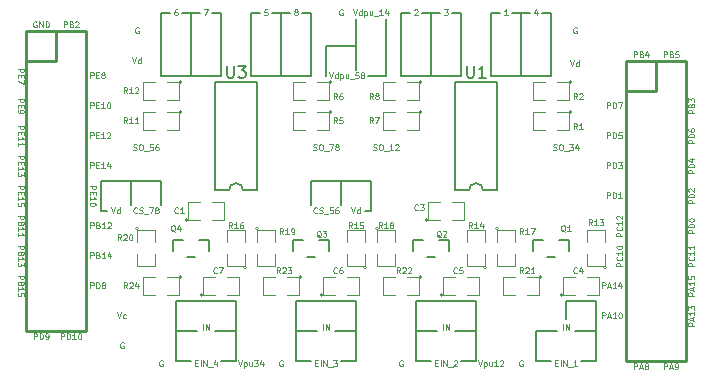
<source format=gto>
G04 (created by PCBNEW (2013-07-07 BZR 4022)-stable) date 25/06/2014 08:25:45*
%MOIN*%
G04 Gerber Fmt 3.4, Leading zero omitted, Abs format*
%FSLAX34Y34*%
G01*
G70*
G90*
G04 APERTURE LIST*
%ADD10C,0.00393701*%
%ADD11C,0.00787402*%
%ADD12C,0.0043*%
%ADD13C,0.0039*%
%ADD14C,0.01*%
%ADD15C,0.00590551*%
G04 APERTURE END LIST*
G54D10*
G54D11*
X59000Y-29000D02*
X59000Y-29800D01*
X52000Y-29000D02*
X52000Y-29800D01*
X60000Y-30000D02*
X59800Y-30000D01*
X51000Y-30000D02*
X51200Y-30000D01*
G54D12*
X59345Y-29882D02*
X59410Y-30079D01*
X59476Y-29882D01*
X59626Y-30079D02*
X59626Y-29882D01*
X59626Y-30070D02*
X59607Y-30079D01*
X59570Y-30079D01*
X59551Y-30070D01*
X59542Y-30060D01*
X59532Y-30042D01*
X59532Y-29985D01*
X59542Y-29967D01*
X59551Y-29957D01*
X59570Y-29948D01*
X59607Y-29948D01*
X59626Y-29957D01*
X51345Y-29882D02*
X51410Y-30079D01*
X51476Y-29882D01*
X51626Y-30079D02*
X51626Y-29882D01*
X51626Y-30070D02*
X51607Y-30079D01*
X51570Y-30079D01*
X51551Y-30070D01*
X51542Y-30060D01*
X51532Y-30042D01*
X51532Y-29985D01*
X51542Y-29967D01*
X51551Y-29957D01*
X51570Y-29948D01*
X51607Y-29948D01*
X51626Y-29957D01*
X70779Y-26743D02*
X70582Y-26743D01*
X70582Y-26668D01*
X70592Y-26650D01*
X70601Y-26640D01*
X70620Y-26631D01*
X70648Y-26631D01*
X70667Y-26640D01*
X70676Y-26650D01*
X70685Y-26668D01*
X70685Y-26743D01*
X70676Y-26481D02*
X70685Y-26453D01*
X70695Y-26443D01*
X70714Y-26434D01*
X70742Y-26434D01*
X70760Y-26443D01*
X70770Y-26453D01*
X70779Y-26471D01*
X70779Y-26546D01*
X70582Y-26546D01*
X70582Y-26481D01*
X70592Y-26462D01*
X70601Y-26453D01*
X70620Y-26443D01*
X70639Y-26443D01*
X70657Y-26453D01*
X70667Y-26462D01*
X70676Y-26481D01*
X70676Y-26546D01*
X70582Y-26368D02*
X70582Y-26246D01*
X70657Y-26312D01*
X70657Y-26284D01*
X70667Y-26265D01*
X70676Y-26256D01*
X70695Y-26246D01*
X70742Y-26246D01*
X70760Y-26256D01*
X70770Y-26265D01*
X70779Y-26284D01*
X70779Y-26340D01*
X70770Y-26359D01*
X70760Y-26368D01*
X70779Y-27743D02*
X70582Y-27743D01*
X70582Y-27668D01*
X70592Y-27650D01*
X70601Y-27640D01*
X70620Y-27631D01*
X70648Y-27631D01*
X70667Y-27640D01*
X70676Y-27650D01*
X70685Y-27668D01*
X70685Y-27743D01*
X70779Y-27546D02*
X70582Y-27546D01*
X70582Y-27500D01*
X70592Y-27471D01*
X70610Y-27453D01*
X70629Y-27443D01*
X70667Y-27434D01*
X70695Y-27434D01*
X70732Y-27443D01*
X70751Y-27453D01*
X70770Y-27471D01*
X70779Y-27500D01*
X70779Y-27546D01*
X70582Y-27265D02*
X70582Y-27303D01*
X70592Y-27321D01*
X70601Y-27331D01*
X70629Y-27349D01*
X70667Y-27359D01*
X70742Y-27359D01*
X70760Y-27349D01*
X70770Y-27340D01*
X70779Y-27321D01*
X70779Y-27284D01*
X70770Y-27265D01*
X70760Y-27256D01*
X70742Y-27246D01*
X70695Y-27246D01*
X70676Y-27256D01*
X70667Y-27265D01*
X70657Y-27284D01*
X70657Y-27321D01*
X70667Y-27340D01*
X70676Y-27349D01*
X70695Y-27359D01*
X70779Y-28743D02*
X70582Y-28743D01*
X70582Y-28668D01*
X70592Y-28650D01*
X70601Y-28640D01*
X70620Y-28631D01*
X70648Y-28631D01*
X70667Y-28640D01*
X70676Y-28650D01*
X70685Y-28668D01*
X70685Y-28743D01*
X70779Y-28546D02*
X70582Y-28546D01*
X70582Y-28500D01*
X70592Y-28471D01*
X70610Y-28453D01*
X70629Y-28443D01*
X70667Y-28434D01*
X70695Y-28434D01*
X70732Y-28443D01*
X70751Y-28453D01*
X70770Y-28471D01*
X70779Y-28500D01*
X70779Y-28546D01*
X70648Y-28265D02*
X70779Y-28265D01*
X70573Y-28312D02*
X70714Y-28359D01*
X70714Y-28237D01*
X70779Y-29743D02*
X70582Y-29743D01*
X70582Y-29668D01*
X70592Y-29650D01*
X70601Y-29640D01*
X70620Y-29631D01*
X70648Y-29631D01*
X70667Y-29640D01*
X70676Y-29650D01*
X70685Y-29668D01*
X70685Y-29743D01*
X70779Y-29546D02*
X70582Y-29546D01*
X70582Y-29500D01*
X70592Y-29471D01*
X70610Y-29453D01*
X70629Y-29443D01*
X70667Y-29434D01*
X70695Y-29434D01*
X70732Y-29443D01*
X70751Y-29453D01*
X70770Y-29471D01*
X70779Y-29500D01*
X70779Y-29546D01*
X70601Y-29359D02*
X70592Y-29349D01*
X70582Y-29331D01*
X70582Y-29284D01*
X70592Y-29265D01*
X70601Y-29256D01*
X70620Y-29246D01*
X70639Y-29246D01*
X70667Y-29256D01*
X70779Y-29368D01*
X70779Y-29246D01*
X70779Y-30743D02*
X70582Y-30743D01*
X70582Y-30668D01*
X70592Y-30650D01*
X70601Y-30640D01*
X70620Y-30631D01*
X70648Y-30631D01*
X70667Y-30640D01*
X70676Y-30650D01*
X70685Y-30668D01*
X70685Y-30743D01*
X70779Y-30546D02*
X70582Y-30546D01*
X70582Y-30500D01*
X70592Y-30471D01*
X70610Y-30453D01*
X70629Y-30443D01*
X70667Y-30434D01*
X70695Y-30434D01*
X70732Y-30443D01*
X70751Y-30453D01*
X70770Y-30471D01*
X70779Y-30500D01*
X70779Y-30546D01*
X70582Y-30312D02*
X70582Y-30293D01*
X70592Y-30274D01*
X70601Y-30265D01*
X70620Y-30256D01*
X70657Y-30246D01*
X70704Y-30246D01*
X70742Y-30256D01*
X70760Y-30265D01*
X70770Y-30274D01*
X70779Y-30293D01*
X70779Y-30312D01*
X70770Y-30331D01*
X70760Y-30340D01*
X70742Y-30349D01*
X70704Y-30359D01*
X70657Y-30359D01*
X70620Y-30349D01*
X70601Y-30340D01*
X70592Y-30331D01*
X70582Y-30312D01*
X70779Y-31837D02*
X70582Y-31837D01*
X70582Y-31762D01*
X70592Y-31743D01*
X70601Y-31734D01*
X70620Y-31725D01*
X70648Y-31725D01*
X70667Y-31734D01*
X70676Y-31743D01*
X70685Y-31762D01*
X70685Y-31837D01*
X70760Y-31528D02*
X70770Y-31537D01*
X70779Y-31565D01*
X70779Y-31584D01*
X70770Y-31612D01*
X70751Y-31631D01*
X70732Y-31640D01*
X70695Y-31650D01*
X70667Y-31650D01*
X70629Y-31640D01*
X70610Y-31631D01*
X70592Y-31612D01*
X70582Y-31584D01*
X70582Y-31565D01*
X70592Y-31537D01*
X70601Y-31528D01*
X70779Y-31340D02*
X70779Y-31453D01*
X70779Y-31396D02*
X70582Y-31396D01*
X70610Y-31415D01*
X70629Y-31434D01*
X70639Y-31453D01*
X70779Y-31152D02*
X70779Y-31265D01*
X70779Y-31209D02*
X70582Y-31209D01*
X70610Y-31227D01*
X70629Y-31246D01*
X70639Y-31265D01*
X70779Y-32823D02*
X70582Y-32823D01*
X70582Y-32748D01*
X70592Y-32729D01*
X70601Y-32720D01*
X70620Y-32711D01*
X70648Y-32711D01*
X70667Y-32720D01*
X70676Y-32729D01*
X70685Y-32748D01*
X70685Y-32823D01*
X70723Y-32636D02*
X70723Y-32542D01*
X70779Y-32654D02*
X70582Y-32589D01*
X70779Y-32523D01*
X70779Y-32354D02*
X70779Y-32467D01*
X70779Y-32410D02*
X70582Y-32410D01*
X70610Y-32429D01*
X70629Y-32448D01*
X70639Y-32467D01*
X70582Y-32176D02*
X70582Y-32270D01*
X70676Y-32279D01*
X70667Y-32270D01*
X70657Y-32251D01*
X70657Y-32204D01*
X70667Y-32185D01*
X70676Y-32176D01*
X70695Y-32166D01*
X70742Y-32166D01*
X70760Y-32176D01*
X70770Y-32185D01*
X70779Y-32204D01*
X70779Y-32251D01*
X70770Y-32270D01*
X70760Y-32279D01*
X70779Y-33823D02*
X70582Y-33823D01*
X70582Y-33748D01*
X70592Y-33729D01*
X70601Y-33720D01*
X70620Y-33711D01*
X70648Y-33711D01*
X70667Y-33720D01*
X70676Y-33729D01*
X70685Y-33748D01*
X70685Y-33823D01*
X70723Y-33636D02*
X70723Y-33542D01*
X70779Y-33654D02*
X70582Y-33589D01*
X70779Y-33523D01*
X70779Y-33354D02*
X70779Y-33467D01*
X70779Y-33410D02*
X70582Y-33410D01*
X70610Y-33429D01*
X70629Y-33448D01*
X70639Y-33467D01*
X70582Y-33288D02*
X70582Y-33166D01*
X70657Y-33232D01*
X70657Y-33204D01*
X70667Y-33185D01*
X70676Y-33176D01*
X70695Y-33166D01*
X70742Y-33166D01*
X70760Y-33176D01*
X70770Y-33185D01*
X70779Y-33204D01*
X70779Y-33260D01*
X70770Y-33279D01*
X70760Y-33288D01*
X48220Y-25265D02*
X48417Y-25265D01*
X48417Y-25340D01*
X48407Y-25359D01*
X48398Y-25368D01*
X48379Y-25378D01*
X48351Y-25378D01*
X48332Y-25368D01*
X48323Y-25359D01*
X48314Y-25340D01*
X48314Y-25265D01*
X48323Y-25462D02*
X48323Y-25528D01*
X48220Y-25556D02*
X48220Y-25462D01*
X48417Y-25462D01*
X48417Y-25556D01*
X48417Y-25621D02*
X48417Y-25753D01*
X48220Y-25668D01*
X48220Y-26265D02*
X48417Y-26265D01*
X48417Y-26340D01*
X48407Y-26359D01*
X48398Y-26368D01*
X48379Y-26378D01*
X48351Y-26378D01*
X48332Y-26368D01*
X48323Y-26359D01*
X48314Y-26340D01*
X48314Y-26265D01*
X48323Y-26462D02*
X48323Y-26528D01*
X48220Y-26556D02*
X48220Y-26462D01*
X48417Y-26462D01*
X48417Y-26556D01*
X48220Y-26650D02*
X48220Y-26687D01*
X48229Y-26706D01*
X48239Y-26715D01*
X48267Y-26734D01*
X48304Y-26743D01*
X48379Y-26743D01*
X48398Y-26734D01*
X48407Y-26725D01*
X48417Y-26706D01*
X48417Y-26668D01*
X48407Y-26650D01*
X48398Y-26640D01*
X48379Y-26631D01*
X48332Y-26631D01*
X48314Y-26640D01*
X48304Y-26650D01*
X48295Y-26668D01*
X48295Y-26706D01*
X48304Y-26725D01*
X48314Y-26734D01*
X48332Y-26743D01*
X48220Y-27171D02*
X48417Y-27171D01*
X48417Y-27246D01*
X48407Y-27265D01*
X48398Y-27274D01*
X48379Y-27284D01*
X48351Y-27284D01*
X48332Y-27274D01*
X48323Y-27265D01*
X48314Y-27246D01*
X48314Y-27171D01*
X48323Y-27368D02*
X48323Y-27434D01*
X48220Y-27462D02*
X48220Y-27368D01*
X48417Y-27368D01*
X48417Y-27462D01*
X48220Y-27650D02*
X48220Y-27537D01*
X48220Y-27593D02*
X48417Y-27593D01*
X48389Y-27575D01*
X48370Y-27556D01*
X48360Y-27537D01*
X48220Y-27837D02*
X48220Y-27725D01*
X48220Y-27781D02*
X48417Y-27781D01*
X48389Y-27762D01*
X48370Y-27743D01*
X48360Y-27725D01*
X48220Y-28171D02*
X48417Y-28171D01*
X48417Y-28246D01*
X48407Y-28265D01*
X48398Y-28274D01*
X48379Y-28284D01*
X48351Y-28284D01*
X48332Y-28274D01*
X48323Y-28265D01*
X48314Y-28246D01*
X48314Y-28171D01*
X48323Y-28368D02*
X48323Y-28434D01*
X48220Y-28462D02*
X48220Y-28368D01*
X48417Y-28368D01*
X48417Y-28462D01*
X48220Y-28650D02*
X48220Y-28537D01*
X48220Y-28593D02*
X48417Y-28593D01*
X48389Y-28575D01*
X48370Y-28556D01*
X48360Y-28537D01*
X48417Y-28715D02*
X48417Y-28837D01*
X48342Y-28772D01*
X48342Y-28800D01*
X48332Y-28818D01*
X48323Y-28828D01*
X48304Y-28837D01*
X48257Y-28837D01*
X48239Y-28828D01*
X48229Y-28818D01*
X48220Y-28800D01*
X48220Y-28743D01*
X48229Y-28725D01*
X48239Y-28715D01*
X48220Y-29171D02*
X48417Y-29171D01*
X48417Y-29246D01*
X48407Y-29265D01*
X48398Y-29274D01*
X48379Y-29284D01*
X48351Y-29284D01*
X48332Y-29274D01*
X48323Y-29265D01*
X48314Y-29246D01*
X48314Y-29171D01*
X48323Y-29368D02*
X48323Y-29434D01*
X48220Y-29462D02*
X48220Y-29368D01*
X48417Y-29368D01*
X48417Y-29462D01*
X48220Y-29650D02*
X48220Y-29537D01*
X48220Y-29593D02*
X48417Y-29593D01*
X48389Y-29575D01*
X48370Y-29556D01*
X48360Y-29537D01*
X48417Y-29828D02*
X48417Y-29734D01*
X48323Y-29725D01*
X48332Y-29734D01*
X48342Y-29753D01*
X48342Y-29800D01*
X48332Y-29818D01*
X48323Y-29828D01*
X48304Y-29837D01*
X48257Y-29837D01*
X48239Y-29828D01*
X48229Y-29818D01*
X48220Y-29800D01*
X48220Y-29753D01*
X48229Y-29734D01*
X48239Y-29725D01*
X48220Y-30162D02*
X48417Y-30162D01*
X48417Y-30237D01*
X48407Y-30256D01*
X48398Y-30265D01*
X48379Y-30274D01*
X48351Y-30274D01*
X48332Y-30265D01*
X48323Y-30256D01*
X48314Y-30237D01*
X48314Y-30162D01*
X48323Y-30424D02*
X48314Y-30453D01*
X48304Y-30462D01*
X48285Y-30471D01*
X48257Y-30471D01*
X48239Y-30462D01*
X48229Y-30453D01*
X48220Y-30434D01*
X48220Y-30359D01*
X48417Y-30359D01*
X48417Y-30424D01*
X48407Y-30443D01*
X48398Y-30453D01*
X48379Y-30462D01*
X48360Y-30462D01*
X48342Y-30453D01*
X48332Y-30443D01*
X48323Y-30424D01*
X48323Y-30359D01*
X48220Y-30659D02*
X48220Y-30546D01*
X48220Y-30603D02*
X48417Y-30603D01*
X48389Y-30584D01*
X48370Y-30565D01*
X48360Y-30546D01*
X48220Y-30847D02*
X48220Y-30734D01*
X48220Y-30790D02*
X48417Y-30790D01*
X48389Y-30772D01*
X48370Y-30753D01*
X48360Y-30734D01*
X48220Y-31162D02*
X48417Y-31162D01*
X48417Y-31237D01*
X48407Y-31256D01*
X48398Y-31265D01*
X48379Y-31274D01*
X48351Y-31274D01*
X48332Y-31265D01*
X48323Y-31256D01*
X48314Y-31237D01*
X48314Y-31162D01*
X48323Y-31424D02*
X48314Y-31453D01*
X48304Y-31462D01*
X48285Y-31471D01*
X48257Y-31471D01*
X48239Y-31462D01*
X48229Y-31453D01*
X48220Y-31434D01*
X48220Y-31359D01*
X48417Y-31359D01*
X48417Y-31424D01*
X48407Y-31443D01*
X48398Y-31453D01*
X48379Y-31462D01*
X48360Y-31462D01*
X48342Y-31453D01*
X48332Y-31443D01*
X48323Y-31424D01*
X48323Y-31359D01*
X48220Y-31659D02*
X48220Y-31546D01*
X48220Y-31603D02*
X48417Y-31603D01*
X48389Y-31584D01*
X48370Y-31565D01*
X48360Y-31546D01*
X48417Y-31725D02*
X48417Y-31847D01*
X48342Y-31781D01*
X48342Y-31809D01*
X48332Y-31828D01*
X48323Y-31837D01*
X48304Y-31847D01*
X48257Y-31847D01*
X48239Y-31837D01*
X48229Y-31828D01*
X48220Y-31809D01*
X48220Y-31753D01*
X48229Y-31734D01*
X48239Y-31725D01*
X48220Y-32162D02*
X48417Y-32162D01*
X48417Y-32237D01*
X48407Y-32256D01*
X48398Y-32265D01*
X48379Y-32274D01*
X48351Y-32274D01*
X48332Y-32265D01*
X48323Y-32256D01*
X48314Y-32237D01*
X48314Y-32162D01*
X48323Y-32424D02*
X48314Y-32453D01*
X48304Y-32462D01*
X48285Y-32471D01*
X48257Y-32471D01*
X48239Y-32462D01*
X48229Y-32453D01*
X48220Y-32434D01*
X48220Y-32359D01*
X48417Y-32359D01*
X48417Y-32424D01*
X48407Y-32443D01*
X48398Y-32453D01*
X48379Y-32462D01*
X48360Y-32462D01*
X48342Y-32453D01*
X48332Y-32443D01*
X48323Y-32424D01*
X48323Y-32359D01*
X48220Y-32659D02*
X48220Y-32546D01*
X48220Y-32603D02*
X48417Y-32603D01*
X48389Y-32584D01*
X48370Y-32565D01*
X48360Y-32546D01*
X48417Y-32837D02*
X48417Y-32743D01*
X48323Y-32734D01*
X48332Y-32743D01*
X48342Y-32762D01*
X48342Y-32809D01*
X48332Y-32828D01*
X48323Y-32837D01*
X48304Y-32847D01*
X48257Y-32847D01*
X48239Y-32837D01*
X48229Y-32828D01*
X48220Y-32809D01*
X48220Y-32762D01*
X48229Y-32743D01*
X48239Y-32734D01*
X69756Y-24879D02*
X69756Y-24682D01*
X69831Y-24682D01*
X69849Y-24692D01*
X69859Y-24701D01*
X69868Y-24720D01*
X69868Y-24748D01*
X69859Y-24767D01*
X69849Y-24776D01*
X69831Y-24785D01*
X69756Y-24785D01*
X70018Y-24776D02*
X70046Y-24785D01*
X70056Y-24795D01*
X70065Y-24814D01*
X70065Y-24842D01*
X70056Y-24860D01*
X70046Y-24870D01*
X70028Y-24879D01*
X69953Y-24879D01*
X69953Y-24682D01*
X70018Y-24682D01*
X70037Y-24692D01*
X70046Y-24701D01*
X70056Y-24720D01*
X70056Y-24739D01*
X70046Y-24757D01*
X70037Y-24767D01*
X70018Y-24776D01*
X69953Y-24776D01*
X70243Y-24682D02*
X70150Y-24682D01*
X70140Y-24776D01*
X70150Y-24767D01*
X70168Y-24757D01*
X70215Y-24757D01*
X70234Y-24767D01*
X70243Y-24776D01*
X70253Y-24795D01*
X70253Y-24842D01*
X70243Y-24860D01*
X70234Y-24870D01*
X70215Y-24879D01*
X70168Y-24879D01*
X70150Y-24870D01*
X70140Y-24860D01*
X68756Y-24879D02*
X68756Y-24682D01*
X68831Y-24682D01*
X68849Y-24692D01*
X68859Y-24701D01*
X68868Y-24720D01*
X68868Y-24748D01*
X68859Y-24767D01*
X68849Y-24776D01*
X68831Y-24785D01*
X68756Y-24785D01*
X69018Y-24776D02*
X69046Y-24785D01*
X69056Y-24795D01*
X69065Y-24814D01*
X69065Y-24842D01*
X69056Y-24860D01*
X69046Y-24870D01*
X69028Y-24879D01*
X68953Y-24879D01*
X68953Y-24682D01*
X69018Y-24682D01*
X69037Y-24692D01*
X69046Y-24701D01*
X69056Y-24720D01*
X69056Y-24739D01*
X69046Y-24757D01*
X69037Y-24767D01*
X69018Y-24776D01*
X68953Y-24776D01*
X69234Y-24748D02*
X69234Y-24879D01*
X69187Y-24673D02*
X69140Y-24814D01*
X69262Y-24814D01*
X68379Y-31837D02*
X68182Y-31837D01*
X68182Y-31762D01*
X68192Y-31743D01*
X68201Y-31734D01*
X68220Y-31725D01*
X68248Y-31725D01*
X68267Y-31734D01*
X68276Y-31743D01*
X68285Y-31762D01*
X68285Y-31837D01*
X68360Y-31528D02*
X68370Y-31537D01*
X68379Y-31565D01*
X68379Y-31584D01*
X68370Y-31612D01*
X68351Y-31631D01*
X68332Y-31640D01*
X68295Y-31650D01*
X68267Y-31650D01*
X68229Y-31640D01*
X68210Y-31631D01*
X68192Y-31612D01*
X68182Y-31584D01*
X68182Y-31565D01*
X68192Y-31537D01*
X68201Y-31528D01*
X68379Y-31340D02*
X68379Y-31453D01*
X68379Y-31396D02*
X68182Y-31396D01*
X68210Y-31415D01*
X68229Y-31434D01*
X68239Y-31453D01*
X68182Y-31218D02*
X68182Y-31199D01*
X68192Y-31181D01*
X68201Y-31171D01*
X68220Y-31162D01*
X68257Y-31152D01*
X68304Y-31152D01*
X68342Y-31162D01*
X68360Y-31171D01*
X68370Y-31181D01*
X68379Y-31199D01*
X68379Y-31218D01*
X68370Y-31237D01*
X68360Y-31246D01*
X68342Y-31256D01*
X68304Y-31265D01*
X68257Y-31265D01*
X68220Y-31256D01*
X68201Y-31246D01*
X68192Y-31237D01*
X68182Y-31218D01*
X68379Y-30837D02*
X68182Y-30837D01*
X68182Y-30762D01*
X68192Y-30743D01*
X68201Y-30734D01*
X68220Y-30725D01*
X68248Y-30725D01*
X68267Y-30734D01*
X68276Y-30743D01*
X68285Y-30762D01*
X68285Y-30837D01*
X68360Y-30528D02*
X68370Y-30537D01*
X68379Y-30565D01*
X68379Y-30584D01*
X68370Y-30612D01*
X68351Y-30631D01*
X68332Y-30640D01*
X68295Y-30650D01*
X68267Y-30650D01*
X68229Y-30640D01*
X68210Y-30631D01*
X68192Y-30612D01*
X68182Y-30584D01*
X68182Y-30565D01*
X68192Y-30537D01*
X68201Y-30528D01*
X68379Y-30340D02*
X68379Y-30453D01*
X68379Y-30396D02*
X68182Y-30396D01*
X68210Y-30415D01*
X68229Y-30434D01*
X68239Y-30453D01*
X68201Y-30265D02*
X68192Y-30256D01*
X68182Y-30237D01*
X68182Y-30190D01*
X68192Y-30171D01*
X68201Y-30162D01*
X68220Y-30152D01*
X68239Y-30152D01*
X68267Y-30162D01*
X68379Y-30274D01*
X68379Y-30152D01*
X50620Y-29171D02*
X50817Y-29171D01*
X50817Y-29246D01*
X50807Y-29265D01*
X50798Y-29274D01*
X50779Y-29284D01*
X50751Y-29284D01*
X50732Y-29274D01*
X50723Y-29265D01*
X50714Y-29246D01*
X50714Y-29171D01*
X50723Y-29368D02*
X50723Y-29434D01*
X50620Y-29462D02*
X50620Y-29368D01*
X50817Y-29368D01*
X50817Y-29462D01*
X50620Y-29650D02*
X50620Y-29537D01*
X50620Y-29593D02*
X50817Y-29593D01*
X50789Y-29575D01*
X50770Y-29556D01*
X50760Y-29537D01*
X50817Y-29772D02*
X50817Y-29790D01*
X50807Y-29809D01*
X50798Y-29818D01*
X50779Y-29828D01*
X50742Y-29837D01*
X50695Y-29837D01*
X50657Y-29828D01*
X50639Y-29818D01*
X50629Y-29809D01*
X50620Y-29790D01*
X50620Y-29772D01*
X50629Y-29753D01*
X50639Y-29743D01*
X50657Y-29734D01*
X50695Y-29725D01*
X50742Y-29725D01*
X50779Y-29734D01*
X50798Y-29743D01*
X50807Y-29753D01*
X50817Y-29772D01*
X49662Y-34279D02*
X49662Y-34082D01*
X49737Y-34082D01*
X49756Y-34092D01*
X49765Y-34101D01*
X49774Y-34120D01*
X49774Y-34148D01*
X49765Y-34167D01*
X49756Y-34176D01*
X49737Y-34185D01*
X49662Y-34185D01*
X49859Y-34279D02*
X49859Y-34082D01*
X49906Y-34082D01*
X49934Y-34092D01*
X49953Y-34110D01*
X49962Y-34129D01*
X49971Y-34167D01*
X49971Y-34195D01*
X49962Y-34232D01*
X49953Y-34251D01*
X49934Y-34270D01*
X49906Y-34279D01*
X49859Y-34279D01*
X50159Y-34279D02*
X50046Y-34279D01*
X50103Y-34279D02*
X50103Y-34082D01*
X50084Y-34110D01*
X50065Y-34129D01*
X50046Y-34139D01*
X50281Y-34082D02*
X50300Y-34082D01*
X50318Y-34092D01*
X50328Y-34101D01*
X50337Y-34120D01*
X50347Y-34157D01*
X50347Y-34204D01*
X50337Y-34242D01*
X50328Y-34260D01*
X50318Y-34270D01*
X50300Y-34279D01*
X50281Y-34279D01*
X50262Y-34270D01*
X50253Y-34260D01*
X50243Y-34242D01*
X50234Y-34204D01*
X50234Y-34157D01*
X50243Y-34120D01*
X50253Y-34101D01*
X50262Y-34092D01*
X50281Y-34082D01*
X48756Y-34279D02*
X48756Y-34082D01*
X48831Y-34082D01*
X48849Y-34092D01*
X48859Y-34101D01*
X48868Y-34120D01*
X48868Y-34148D01*
X48859Y-34167D01*
X48849Y-34176D01*
X48831Y-34185D01*
X48756Y-34185D01*
X48953Y-34279D02*
X48953Y-34082D01*
X49000Y-34082D01*
X49028Y-34092D01*
X49046Y-34110D01*
X49056Y-34129D01*
X49065Y-34167D01*
X49065Y-34195D01*
X49056Y-34232D01*
X49046Y-34251D01*
X49028Y-34270D01*
X49000Y-34279D01*
X48953Y-34279D01*
X49159Y-34279D02*
X49197Y-34279D01*
X49215Y-34270D01*
X49225Y-34260D01*
X49243Y-34232D01*
X49253Y-34195D01*
X49253Y-34120D01*
X49243Y-34101D01*
X49234Y-34092D01*
X49215Y-34082D01*
X49178Y-34082D01*
X49159Y-34092D01*
X49150Y-34101D01*
X49140Y-34120D01*
X49140Y-34167D01*
X49150Y-34185D01*
X49159Y-34195D01*
X49178Y-34204D01*
X49215Y-34204D01*
X49234Y-34195D01*
X49243Y-34185D01*
X49253Y-34167D01*
X49756Y-23879D02*
X49756Y-23682D01*
X49831Y-23682D01*
X49849Y-23692D01*
X49859Y-23701D01*
X49868Y-23720D01*
X49868Y-23748D01*
X49859Y-23767D01*
X49849Y-23776D01*
X49831Y-23785D01*
X49756Y-23785D01*
X50018Y-23776D02*
X50046Y-23785D01*
X50056Y-23795D01*
X50065Y-23814D01*
X50065Y-23842D01*
X50056Y-23860D01*
X50046Y-23870D01*
X50028Y-23879D01*
X49953Y-23879D01*
X49953Y-23682D01*
X50018Y-23682D01*
X50037Y-23692D01*
X50046Y-23701D01*
X50056Y-23720D01*
X50056Y-23739D01*
X50046Y-23757D01*
X50037Y-23767D01*
X50018Y-23776D01*
X49953Y-23776D01*
X50140Y-23701D02*
X50150Y-23692D01*
X50168Y-23682D01*
X50215Y-23682D01*
X50234Y-23692D01*
X50243Y-23701D01*
X50253Y-23720D01*
X50253Y-23739D01*
X50243Y-23767D01*
X50131Y-23879D01*
X50253Y-23879D01*
X48849Y-23692D02*
X48831Y-23682D01*
X48803Y-23682D01*
X48774Y-23692D01*
X48756Y-23710D01*
X48746Y-23729D01*
X48737Y-23767D01*
X48737Y-23795D01*
X48746Y-23832D01*
X48756Y-23851D01*
X48774Y-23870D01*
X48803Y-23879D01*
X48821Y-23879D01*
X48849Y-23870D01*
X48859Y-23860D01*
X48859Y-23795D01*
X48821Y-23795D01*
X48943Y-23879D02*
X48943Y-23682D01*
X49056Y-23879D01*
X49056Y-23682D01*
X49150Y-23879D02*
X49150Y-23682D01*
X49197Y-23682D01*
X49225Y-23692D01*
X49243Y-23710D01*
X49253Y-23729D01*
X49262Y-23767D01*
X49262Y-23795D01*
X49253Y-23832D01*
X49243Y-23851D01*
X49225Y-23870D01*
X49197Y-23879D01*
X49150Y-23879D01*
X67705Y-32579D02*
X67705Y-32382D01*
X67780Y-32382D01*
X67799Y-32392D01*
X67809Y-32401D01*
X67818Y-32420D01*
X67818Y-32448D01*
X67809Y-32467D01*
X67799Y-32476D01*
X67780Y-32485D01*
X67705Y-32485D01*
X67893Y-32523D02*
X67987Y-32523D01*
X67874Y-32579D02*
X67940Y-32382D01*
X68006Y-32579D01*
X68174Y-32579D02*
X68062Y-32579D01*
X68118Y-32579D02*
X68118Y-32382D01*
X68099Y-32410D01*
X68081Y-32429D01*
X68062Y-32439D01*
X68343Y-32448D02*
X68343Y-32579D01*
X68296Y-32373D02*
X68249Y-32514D01*
X68371Y-32514D01*
X67705Y-33579D02*
X67705Y-33382D01*
X67780Y-33382D01*
X67799Y-33392D01*
X67809Y-33401D01*
X67818Y-33420D01*
X67818Y-33448D01*
X67809Y-33467D01*
X67799Y-33476D01*
X67780Y-33485D01*
X67705Y-33485D01*
X67893Y-33523D02*
X67987Y-33523D01*
X67874Y-33579D02*
X67940Y-33382D01*
X68006Y-33579D01*
X68174Y-33579D02*
X68062Y-33579D01*
X68118Y-33579D02*
X68118Y-33382D01*
X68099Y-33410D01*
X68081Y-33429D01*
X68062Y-33439D01*
X68296Y-33382D02*
X68315Y-33382D01*
X68334Y-33392D01*
X68343Y-33401D01*
X68353Y-33420D01*
X68362Y-33457D01*
X68362Y-33504D01*
X68353Y-33542D01*
X68343Y-33560D01*
X68334Y-33570D01*
X68315Y-33579D01*
X68296Y-33579D01*
X68278Y-33570D01*
X68268Y-33560D01*
X68259Y-33542D01*
X68249Y-33504D01*
X68249Y-33457D01*
X68259Y-33420D01*
X68268Y-33401D01*
X68278Y-33392D01*
X68296Y-33382D01*
X68770Y-35279D02*
X68770Y-35082D01*
X68845Y-35082D01*
X68863Y-35092D01*
X68873Y-35101D01*
X68882Y-35120D01*
X68882Y-35148D01*
X68873Y-35167D01*
X68863Y-35176D01*
X68845Y-35185D01*
X68770Y-35185D01*
X68957Y-35223D02*
X69051Y-35223D01*
X68939Y-35279D02*
X69004Y-35082D01*
X69070Y-35279D01*
X69164Y-35167D02*
X69145Y-35157D01*
X69136Y-35148D01*
X69126Y-35129D01*
X69126Y-35120D01*
X69136Y-35101D01*
X69145Y-35092D01*
X69164Y-35082D01*
X69201Y-35082D01*
X69220Y-35092D01*
X69229Y-35101D01*
X69239Y-35120D01*
X69239Y-35129D01*
X69229Y-35148D01*
X69220Y-35157D01*
X69201Y-35167D01*
X69164Y-35167D01*
X69145Y-35176D01*
X69136Y-35185D01*
X69126Y-35204D01*
X69126Y-35242D01*
X69136Y-35260D01*
X69145Y-35270D01*
X69164Y-35279D01*
X69201Y-35279D01*
X69220Y-35270D01*
X69229Y-35260D01*
X69239Y-35242D01*
X69239Y-35204D01*
X69229Y-35185D01*
X69220Y-35176D01*
X69201Y-35167D01*
X63568Y-34982D02*
X63634Y-35179D01*
X63699Y-34982D01*
X63765Y-35048D02*
X63765Y-35245D01*
X63765Y-35057D02*
X63784Y-35048D01*
X63821Y-35048D01*
X63840Y-35057D01*
X63849Y-35067D01*
X63859Y-35085D01*
X63859Y-35142D01*
X63849Y-35160D01*
X63840Y-35170D01*
X63821Y-35179D01*
X63784Y-35179D01*
X63765Y-35170D01*
X64028Y-35048D02*
X64028Y-35179D01*
X63943Y-35048D02*
X63943Y-35151D01*
X63953Y-35170D01*
X63971Y-35179D01*
X64000Y-35179D01*
X64018Y-35170D01*
X64028Y-35160D01*
X64225Y-35179D02*
X64112Y-35179D01*
X64168Y-35179D02*
X64168Y-34982D01*
X64150Y-35010D01*
X64131Y-35029D01*
X64112Y-35039D01*
X64300Y-35001D02*
X64309Y-34992D01*
X64328Y-34982D01*
X64375Y-34982D01*
X64394Y-34992D01*
X64403Y-35001D01*
X64412Y-35020D01*
X64412Y-35039D01*
X64403Y-35067D01*
X64290Y-35179D01*
X64412Y-35179D01*
X55568Y-34982D02*
X55634Y-35179D01*
X55699Y-34982D01*
X55765Y-35048D02*
X55765Y-35245D01*
X55765Y-35057D02*
X55784Y-35048D01*
X55821Y-35048D01*
X55840Y-35057D01*
X55849Y-35067D01*
X55859Y-35085D01*
X55859Y-35142D01*
X55849Y-35160D01*
X55840Y-35170D01*
X55821Y-35179D01*
X55784Y-35179D01*
X55765Y-35170D01*
X56028Y-35048D02*
X56028Y-35179D01*
X55943Y-35048D02*
X55943Y-35151D01*
X55953Y-35170D01*
X55971Y-35179D01*
X56000Y-35179D01*
X56018Y-35170D01*
X56028Y-35160D01*
X56103Y-34982D02*
X56225Y-34982D01*
X56159Y-35057D01*
X56187Y-35057D01*
X56206Y-35067D01*
X56215Y-35076D01*
X56225Y-35095D01*
X56225Y-35142D01*
X56215Y-35160D01*
X56206Y-35170D01*
X56187Y-35179D01*
X56131Y-35179D01*
X56112Y-35170D01*
X56103Y-35160D01*
X56394Y-35048D02*
X56394Y-35179D01*
X56347Y-34973D02*
X56300Y-35114D01*
X56422Y-35114D01*
X50646Y-32579D02*
X50646Y-32382D01*
X50721Y-32382D01*
X50740Y-32392D01*
X50750Y-32401D01*
X50759Y-32420D01*
X50759Y-32448D01*
X50750Y-32467D01*
X50740Y-32476D01*
X50721Y-32485D01*
X50646Y-32485D01*
X50843Y-32579D02*
X50843Y-32382D01*
X50890Y-32382D01*
X50918Y-32392D01*
X50937Y-32410D01*
X50947Y-32429D01*
X50956Y-32467D01*
X50956Y-32495D01*
X50947Y-32532D01*
X50937Y-32551D01*
X50918Y-32570D01*
X50890Y-32579D01*
X50843Y-32579D01*
X51069Y-32467D02*
X51050Y-32457D01*
X51040Y-32448D01*
X51031Y-32429D01*
X51031Y-32420D01*
X51040Y-32401D01*
X51050Y-32392D01*
X51069Y-32382D01*
X51106Y-32382D01*
X51125Y-32392D01*
X51134Y-32401D01*
X51144Y-32420D01*
X51144Y-32429D01*
X51134Y-32448D01*
X51125Y-32457D01*
X51106Y-32467D01*
X51069Y-32467D01*
X51050Y-32476D01*
X51040Y-32485D01*
X51031Y-32504D01*
X51031Y-32542D01*
X51040Y-32560D01*
X51050Y-32570D01*
X51069Y-32579D01*
X51106Y-32579D01*
X51125Y-32570D01*
X51134Y-32560D01*
X51144Y-32542D01*
X51144Y-32504D01*
X51134Y-32485D01*
X51125Y-32476D01*
X51106Y-32467D01*
X50646Y-31579D02*
X50646Y-31382D01*
X50721Y-31382D01*
X50740Y-31392D01*
X50750Y-31401D01*
X50759Y-31420D01*
X50759Y-31448D01*
X50750Y-31467D01*
X50740Y-31476D01*
X50721Y-31485D01*
X50646Y-31485D01*
X50909Y-31476D02*
X50937Y-31485D01*
X50947Y-31495D01*
X50956Y-31514D01*
X50956Y-31542D01*
X50947Y-31560D01*
X50937Y-31570D01*
X50918Y-31579D01*
X50843Y-31579D01*
X50843Y-31382D01*
X50909Y-31382D01*
X50928Y-31392D01*
X50937Y-31401D01*
X50947Y-31420D01*
X50947Y-31439D01*
X50937Y-31457D01*
X50928Y-31467D01*
X50909Y-31476D01*
X50843Y-31476D01*
X51144Y-31579D02*
X51031Y-31579D01*
X51087Y-31579D02*
X51087Y-31382D01*
X51069Y-31410D01*
X51050Y-31429D01*
X51031Y-31439D01*
X51312Y-31448D02*
X51312Y-31579D01*
X51266Y-31373D02*
X51219Y-31514D01*
X51341Y-31514D01*
X50646Y-30579D02*
X50646Y-30382D01*
X50721Y-30382D01*
X50740Y-30392D01*
X50750Y-30401D01*
X50759Y-30420D01*
X50759Y-30448D01*
X50750Y-30467D01*
X50740Y-30476D01*
X50721Y-30485D01*
X50646Y-30485D01*
X50909Y-30476D02*
X50937Y-30485D01*
X50947Y-30495D01*
X50956Y-30514D01*
X50956Y-30542D01*
X50947Y-30560D01*
X50937Y-30570D01*
X50918Y-30579D01*
X50843Y-30579D01*
X50843Y-30382D01*
X50909Y-30382D01*
X50928Y-30392D01*
X50937Y-30401D01*
X50947Y-30420D01*
X50947Y-30439D01*
X50937Y-30457D01*
X50928Y-30467D01*
X50909Y-30476D01*
X50843Y-30476D01*
X51144Y-30579D02*
X51031Y-30579D01*
X51087Y-30579D02*
X51087Y-30382D01*
X51069Y-30410D01*
X51050Y-30429D01*
X51031Y-30439D01*
X51219Y-30401D02*
X51228Y-30392D01*
X51247Y-30382D01*
X51294Y-30382D01*
X51312Y-30392D01*
X51322Y-30401D01*
X51331Y-30420D01*
X51331Y-30439D01*
X51322Y-30467D01*
X51209Y-30579D01*
X51331Y-30579D01*
X50646Y-28579D02*
X50646Y-28382D01*
X50721Y-28382D01*
X50740Y-28392D01*
X50750Y-28401D01*
X50759Y-28420D01*
X50759Y-28448D01*
X50750Y-28467D01*
X50740Y-28476D01*
X50721Y-28485D01*
X50646Y-28485D01*
X50843Y-28476D02*
X50909Y-28476D01*
X50937Y-28579D02*
X50843Y-28579D01*
X50843Y-28382D01*
X50937Y-28382D01*
X51125Y-28579D02*
X51012Y-28579D01*
X51069Y-28579D02*
X51069Y-28382D01*
X51050Y-28410D01*
X51031Y-28429D01*
X51012Y-28439D01*
X51294Y-28448D02*
X51294Y-28579D01*
X51247Y-28373D02*
X51200Y-28514D01*
X51322Y-28514D01*
X50646Y-27579D02*
X50646Y-27382D01*
X50721Y-27382D01*
X50740Y-27392D01*
X50750Y-27401D01*
X50759Y-27420D01*
X50759Y-27448D01*
X50750Y-27467D01*
X50740Y-27476D01*
X50721Y-27485D01*
X50646Y-27485D01*
X50843Y-27476D02*
X50909Y-27476D01*
X50937Y-27579D02*
X50843Y-27579D01*
X50843Y-27382D01*
X50937Y-27382D01*
X51125Y-27579D02*
X51012Y-27579D01*
X51069Y-27579D02*
X51069Y-27382D01*
X51050Y-27410D01*
X51031Y-27429D01*
X51012Y-27439D01*
X51200Y-27401D02*
X51209Y-27392D01*
X51228Y-27382D01*
X51275Y-27382D01*
X51294Y-27392D01*
X51303Y-27401D01*
X51312Y-27420D01*
X51312Y-27439D01*
X51303Y-27467D01*
X51191Y-27579D01*
X51312Y-27579D01*
X50646Y-26579D02*
X50646Y-26382D01*
X50721Y-26382D01*
X50740Y-26392D01*
X50750Y-26401D01*
X50759Y-26420D01*
X50759Y-26448D01*
X50750Y-26467D01*
X50740Y-26476D01*
X50721Y-26485D01*
X50646Y-26485D01*
X50843Y-26476D02*
X50909Y-26476D01*
X50937Y-26579D02*
X50843Y-26579D01*
X50843Y-26382D01*
X50937Y-26382D01*
X51125Y-26579D02*
X51012Y-26579D01*
X51069Y-26579D02*
X51069Y-26382D01*
X51050Y-26410D01*
X51031Y-26429D01*
X51012Y-26439D01*
X51247Y-26382D02*
X51266Y-26382D01*
X51284Y-26392D01*
X51294Y-26401D01*
X51303Y-26420D01*
X51312Y-26457D01*
X51312Y-26504D01*
X51303Y-26542D01*
X51294Y-26560D01*
X51284Y-26570D01*
X51266Y-26579D01*
X51247Y-26579D01*
X51228Y-26570D01*
X51219Y-26560D01*
X51209Y-26542D01*
X51200Y-26504D01*
X51200Y-26457D01*
X51209Y-26420D01*
X51219Y-26401D01*
X51228Y-26392D01*
X51247Y-26382D01*
X50646Y-25579D02*
X50646Y-25382D01*
X50721Y-25382D01*
X50740Y-25392D01*
X50750Y-25401D01*
X50759Y-25420D01*
X50759Y-25448D01*
X50750Y-25467D01*
X50740Y-25476D01*
X50721Y-25485D01*
X50646Y-25485D01*
X50843Y-25476D02*
X50909Y-25476D01*
X50937Y-25579D02*
X50843Y-25579D01*
X50843Y-25382D01*
X50937Y-25382D01*
X51050Y-25467D02*
X51031Y-25457D01*
X51022Y-25448D01*
X51012Y-25429D01*
X51012Y-25420D01*
X51022Y-25401D01*
X51031Y-25392D01*
X51050Y-25382D01*
X51087Y-25382D01*
X51106Y-25392D01*
X51115Y-25401D01*
X51125Y-25420D01*
X51125Y-25429D01*
X51115Y-25448D01*
X51106Y-25457D01*
X51087Y-25467D01*
X51050Y-25467D01*
X51031Y-25476D01*
X51022Y-25485D01*
X51012Y-25504D01*
X51012Y-25542D01*
X51022Y-25560D01*
X51031Y-25570D01*
X51050Y-25579D01*
X51087Y-25579D01*
X51106Y-25570D01*
X51115Y-25560D01*
X51125Y-25542D01*
X51125Y-25504D01*
X51115Y-25485D01*
X51106Y-25476D01*
X51087Y-25467D01*
X67865Y-29579D02*
X67865Y-29382D01*
X67940Y-29382D01*
X67959Y-29392D01*
X67968Y-29401D01*
X67977Y-29420D01*
X67977Y-29448D01*
X67968Y-29467D01*
X67959Y-29476D01*
X67940Y-29485D01*
X67865Y-29485D01*
X68062Y-29579D02*
X68062Y-29382D01*
X68109Y-29382D01*
X68137Y-29392D01*
X68156Y-29410D01*
X68165Y-29429D01*
X68174Y-29467D01*
X68174Y-29495D01*
X68165Y-29532D01*
X68156Y-29551D01*
X68137Y-29570D01*
X68109Y-29579D01*
X68062Y-29579D01*
X68362Y-29579D02*
X68249Y-29579D01*
X68306Y-29579D02*
X68306Y-29382D01*
X68287Y-29410D01*
X68268Y-29429D01*
X68249Y-29439D01*
X69770Y-35279D02*
X69770Y-35082D01*
X69845Y-35082D01*
X69863Y-35092D01*
X69873Y-35101D01*
X69882Y-35120D01*
X69882Y-35148D01*
X69873Y-35167D01*
X69863Y-35176D01*
X69845Y-35185D01*
X69770Y-35185D01*
X69957Y-35223D02*
X70051Y-35223D01*
X69939Y-35279D02*
X70004Y-35082D01*
X70070Y-35279D01*
X70145Y-35279D02*
X70182Y-35279D01*
X70201Y-35270D01*
X70211Y-35260D01*
X70229Y-35232D01*
X70239Y-35195D01*
X70239Y-35120D01*
X70229Y-35101D01*
X70220Y-35092D01*
X70201Y-35082D01*
X70164Y-35082D01*
X70145Y-35092D01*
X70136Y-35101D01*
X70126Y-35120D01*
X70126Y-35167D01*
X70136Y-35185D01*
X70145Y-35195D01*
X70164Y-35204D01*
X70201Y-35204D01*
X70220Y-35195D01*
X70229Y-35185D01*
X70239Y-35167D01*
X67865Y-28579D02*
X67865Y-28382D01*
X67940Y-28382D01*
X67959Y-28392D01*
X67968Y-28401D01*
X67977Y-28420D01*
X67977Y-28448D01*
X67968Y-28467D01*
X67959Y-28476D01*
X67940Y-28485D01*
X67865Y-28485D01*
X68062Y-28579D02*
X68062Y-28382D01*
X68109Y-28382D01*
X68137Y-28392D01*
X68156Y-28410D01*
X68165Y-28429D01*
X68174Y-28467D01*
X68174Y-28495D01*
X68165Y-28532D01*
X68156Y-28551D01*
X68137Y-28570D01*
X68109Y-28579D01*
X68062Y-28579D01*
X68240Y-28382D02*
X68362Y-28382D01*
X68296Y-28457D01*
X68324Y-28457D01*
X68343Y-28467D01*
X68353Y-28476D01*
X68362Y-28495D01*
X68362Y-28542D01*
X68353Y-28560D01*
X68343Y-28570D01*
X68324Y-28579D01*
X68268Y-28579D01*
X68249Y-28570D01*
X68240Y-28560D01*
X67865Y-27579D02*
X67865Y-27382D01*
X67940Y-27382D01*
X67959Y-27392D01*
X67968Y-27401D01*
X67977Y-27420D01*
X67977Y-27448D01*
X67968Y-27467D01*
X67959Y-27476D01*
X67940Y-27485D01*
X67865Y-27485D01*
X68062Y-27579D02*
X68062Y-27382D01*
X68109Y-27382D01*
X68137Y-27392D01*
X68156Y-27410D01*
X68165Y-27429D01*
X68174Y-27467D01*
X68174Y-27495D01*
X68165Y-27532D01*
X68156Y-27551D01*
X68137Y-27570D01*
X68109Y-27579D01*
X68062Y-27579D01*
X68353Y-27382D02*
X68259Y-27382D01*
X68249Y-27476D01*
X68259Y-27467D01*
X68278Y-27457D01*
X68324Y-27457D01*
X68343Y-27467D01*
X68353Y-27476D01*
X68362Y-27495D01*
X68362Y-27542D01*
X68353Y-27560D01*
X68343Y-27570D01*
X68324Y-27579D01*
X68278Y-27579D01*
X68259Y-27570D01*
X68249Y-27560D01*
X67865Y-26579D02*
X67865Y-26382D01*
X67940Y-26382D01*
X67959Y-26392D01*
X67968Y-26401D01*
X67977Y-26420D01*
X67977Y-26448D01*
X67968Y-26467D01*
X67959Y-26476D01*
X67940Y-26485D01*
X67865Y-26485D01*
X68062Y-26579D02*
X68062Y-26382D01*
X68109Y-26382D01*
X68137Y-26392D01*
X68156Y-26410D01*
X68165Y-26429D01*
X68174Y-26467D01*
X68174Y-26495D01*
X68165Y-26532D01*
X68156Y-26551D01*
X68137Y-26570D01*
X68109Y-26579D01*
X68062Y-26579D01*
X68240Y-26382D02*
X68371Y-26382D01*
X68287Y-26579D01*
G54D11*
X58500Y-24500D02*
X58500Y-25500D01*
X59500Y-24500D02*
X58500Y-24500D01*
X60500Y-25500D02*
X59900Y-25500D01*
X60500Y-23600D02*
X60500Y-25500D01*
X59500Y-23600D02*
X59500Y-25300D01*
G54D12*
X58604Y-25382D02*
X58669Y-25579D01*
X58735Y-25382D01*
X58885Y-25579D02*
X58885Y-25382D01*
X58885Y-25570D02*
X58866Y-25579D01*
X58829Y-25579D01*
X58810Y-25570D01*
X58801Y-25560D01*
X58791Y-25542D01*
X58791Y-25485D01*
X58801Y-25467D01*
X58810Y-25457D01*
X58829Y-25448D01*
X58866Y-25448D01*
X58885Y-25457D01*
X58979Y-25448D02*
X58979Y-25645D01*
X58979Y-25457D02*
X58998Y-25448D01*
X59035Y-25448D01*
X59054Y-25457D01*
X59063Y-25467D01*
X59073Y-25485D01*
X59073Y-25542D01*
X59063Y-25560D01*
X59054Y-25570D01*
X59035Y-25579D01*
X58998Y-25579D01*
X58979Y-25570D01*
X59242Y-25448D02*
X59242Y-25579D01*
X59157Y-25448D02*
X59157Y-25551D01*
X59167Y-25570D01*
X59185Y-25579D01*
X59214Y-25579D01*
X59232Y-25570D01*
X59242Y-25560D01*
X59289Y-25598D02*
X59439Y-25598D01*
X59579Y-25382D02*
X59486Y-25382D01*
X59476Y-25476D01*
X59486Y-25467D01*
X59504Y-25457D01*
X59551Y-25457D01*
X59570Y-25467D01*
X59579Y-25476D01*
X59589Y-25495D01*
X59589Y-25542D01*
X59579Y-25560D01*
X59570Y-25570D01*
X59551Y-25579D01*
X59504Y-25579D01*
X59486Y-25570D01*
X59476Y-25560D01*
X59701Y-25467D02*
X59683Y-25457D01*
X59673Y-25448D01*
X59664Y-25429D01*
X59664Y-25420D01*
X59673Y-25401D01*
X59683Y-25392D01*
X59701Y-25382D01*
X59739Y-25382D01*
X59758Y-25392D01*
X59767Y-25401D01*
X59776Y-25420D01*
X59776Y-25429D01*
X59767Y-25448D01*
X59758Y-25457D01*
X59739Y-25467D01*
X59701Y-25467D01*
X59683Y-25476D01*
X59673Y-25485D01*
X59664Y-25504D01*
X59664Y-25542D01*
X59673Y-25560D01*
X59683Y-25570D01*
X59701Y-25579D01*
X59739Y-25579D01*
X59758Y-25570D01*
X59767Y-25560D01*
X59776Y-25542D01*
X59776Y-25504D01*
X59767Y-25485D01*
X59758Y-25476D01*
X59739Y-25467D01*
X59404Y-23282D02*
X59469Y-23479D01*
X59535Y-23282D01*
X59685Y-23479D02*
X59685Y-23282D01*
X59685Y-23470D02*
X59666Y-23479D01*
X59629Y-23479D01*
X59610Y-23470D01*
X59601Y-23460D01*
X59591Y-23442D01*
X59591Y-23385D01*
X59601Y-23367D01*
X59610Y-23357D01*
X59629Y-23348D01*
X59666Y-23348D01*
X59685Y-23357D01*
X59779Y-23348D02*
X59779Y-23545D01*
X59779Y-23357D02*
X59798Y-23348D01*
X59835Y-23348D01*
X59854Y-23357D01*
X59863Y-23367D01*
X59873Y-23385D01*
X59873Y-23442D01*
X59863Y-23460D01*
X59854Y-23470D01*
X59835Y-23479D01*
X59798Y-23479D01*
X59779Y-23470D01*
X60042Y-23348D02*
X60042Y-23479D01*
X59957Y-23348D02*
X59957Y-23451D01*
X59967Y-23470D01*
X59985Y-23479D01*
X60014Y-23479D01*
X60032Y-23470D01*
X60042Y-23460D01*
X60089Y-23498D02*
X60239Y-23498D01*
X60389Y-23479D02*
X60276Y-23479D01*
X60333Y-23479D02*
X60333Y-23282D01*
X60314Y-23310D01*
X60295Y-23329D01*
X60276Y-23339D01*
X60558Y-23348D02*
X60558Y-23479D01*
X60511Y-23273D02*
X60464Y-23414D01*
X60586Y-23414D01*
X52045Y-24882D02*
X52110Y-25079D01*
X52176Y-24882D01*
X52326Y-25079D02*
X52326Y-24882D01*
X52326Y-25070D02*
X52307Y-25079D01*
X52270Y-25079D01*
X52251Y-25070D01*
X52242Y-25060D01*
X52232Y-25042D01*
X52232Y-24985D01*
X52242Y-24967D01*
X52251Y-24957D01*
X52270Y-24948D01*
X52307Y-24948D01*
X52326Y-24957D01*
X66645Y-24982D02*
X66710Y-25179D01*
X66776Y-24982D01*
X66926Y-25179D02*
X66926Y-24982D01*
X66926Y-25170D02*
X66907Y-25179D01*
X66870Y-25179D01*
X66851Y-25170D01*
X66842Y-25160D01*
X66832Y-25142D01*
X66832Y-25085D01*
X66842Y-25067D01*
X66851Y-25057D01*
X66870Y-25048D01*
X66907Y-25048D01*
X66926Y-25057D01*
G54D11*
X65000Y-23400D02*
X65000Y-25500D01*
X65300Y-23400D02*
X64700Y-23400D01*
X66000Y-23400D02*
X65700Y-23400D01*
X66000Y-25500D02*
X66000Y-23400D01*
X64000Y-25500D02*
X66000Y-25500D01*
X64000Y-23400D02*
X64000Y-25500D01*
X64300Y-23400D02*
X64000Y-23400D01*
X53700Y-23400D02*
X54300Y-23400D01*
X62000Y-23400D02*
X62000Y-25500D01*
X62300Y-23400D02*
X61700Y-23400D01*
X63000Y-23400D02*
X62700Y-23400D01*
X63000Y-25500D02*
X63000Y-23400D01*
X61000Y-25500D02*
X63000Y-25500D01*
X61000Y-23400D02*
X61000Y-25500D01*
X61300Y-23400D02*
X61000Y-23400D01*
X57000Y-23400D02*
X57000Y-25500D01*
X57300Y-23400D02*
X56700Y-23400D01*
X58000Y-23400D02*
X57700Y-23400D01*
X58000Y-25500D02*
X58000Y-23400D01*
X56000Y-25500D02*
X58000Y-25500D01*
X56000Y-23400D02*
X56000Y-25500D01*
X56300Y-23400D02*
X56000Y-23400D01*
X54000Y-23400D02*
X54000Y-25500D01*
X55000Y-23400D02*
X54700Y-23400D01*
X55000Y-25500D02*
X55000Y-23400D01*
X53000Y-25500D02*
X55000Y-25500D01*
X53000Y-23400D02*
X53000Y-25500D01*
X53300Y-23400D02*
X53000Y-23400D01*
G54D12*
X66077Y-27970D02*
X66106Y-27979D01*
X66152Y-27979D01*
X66171Y-27970D01*
X66181Y-27960D01*
X66190Y-27942D01*
X66190Y-27923D01*
X66181Y-27904D01*
X66171Y-27895D01*
X66152Y-27885D01*
X66115Y-27876D01*
X66096Y-27867D01*
X66087Y-27857D01*
X66077Y-27839D01*
X66077Y-27820D01*
X66087Y-27801D01*
X66096Y-27792D01*
X66115Y-27782D01*
X66162Y-27782D01*
X66190Y-27792D01*
X66312Y-27782D02*
X66349Y-27782D01*
X66368Y-27792D01*
X66387Y-27810D01*
X66396Y-27848D01*
X66396Y-27914D01*
X66387Y-27951D01*
X66368Y-27970D01*
X66349Y-27979D01*
X66312Y-27979D01*
X66293Y-27970D01*
X66274Y-27951D01*
X66265Y-27914D01*
X66265Y-27848D01*
X66274Y-27810D01*
X66293Y-27792D01*
X66312Y-27782D01*
X66434Y-27998D02*
X66584Y-27998D01*
X66612Y-27782D02*
X66734Y-27782D01*
X66668Y-27857D01*
X66697Y-27857D01*
X66715Y-27867D01*
X66725Y-27876D01*
X66734Y-27895D01*
X66734Y-27942D01*
X66725Y-27960D01*
X66715Y-27970D01*
X66697Y-27979D01*
X66640Y-27979D01*
X66621Y-27970D01*
X66612Y-27960D01*
X66903Y-27848D02*
X66903Y-27979D01*
X66856Y-27773D02*
X66809Y-27914D01*
X66931Y-27914D01*
X60077Y-27970D02*
X60106Y-27979D01*
X60152Y-27979D01*
X60171Y-27970D01*
X60181Y-27960D01*
X60190Y-27942D01*
X60190Y-27923D01*
X60181Y-27904D01*
X60171Y-27895D01*
X60152Y-27885D01*
X60115Y-27876D01*
X60096Y-27867D01*
X60087Y-27857D01*
X60077Y-27839D01*
X60077Y-27820D01*
X60087Y-27801D01*
X60096Y-27792D01*
X60115Y-27782D01*
X60162Y-27782D01*
X60190Y-27792D01*
X60312Y-27782D02*
X60349Y-27782D01*
X60368Y-27792D01*
X60387Y-27810D01*
X60396Y-27848D01*
X60396Y-27914D01*
X60387Y-27951D01*
X60368Y-27970D01*
X60349Y-27979D01*
X60312Y-27979D01*
X60293Y-27970D01*
X60274Y-27951D01*
X60265Y-27914D01*
X60265Y-27848D01*
X60274Y-27810D01*
X60293Y-27792D01*
X60312Y-27782D01*
X60434Y-27998D02*
X60584Y-27998D01*
X60734Y-27979D02*
X60621Y-27979D01*
X60678Y-27979D02*
X60678Y-27782D01*
X60659Y-27810D01*
X60640Y-27829D01*
X60621Y-27839D01*
X60809Y-27801D02*
X60818Y-27792D01*
X60837Y-27782D01*
X60884Y-27782D01*
X60903Y-27792D01*
X60912Y-27801D01*
X60922Y-27820D01*
X60922Y-27839D01*
X60912Y-27867D01*
X60800Y-27979D01*
X60922Y-27979D01*
X58077Y-27970D02*
X58106Y-27979D01*
X58152Y-27979D01*
X58171Y-27970D01*
X58181Y-27960D01*
X58190Y-27942D01*
X58190Y-27923D01*
X58181Y-27904D01*
X58171Y-27895D01*
X58152Y-27885D01*
X58115Y-27876D01*
X58096Y-27867D01*
X58087Y-27857D01*
X58077Y-27839D01*
X58077Y-27820D01*
X58087Y-27801D01*
X58096Y-27792D01*
X58115Y-27782D01*
X58162Y-27782D01*
X58190Y-27792D01*
X58312Y-27782D02*
X58349Y-27782D01*
X58368Y-27792D01*
X58387Y-27810D01*
X58396Y-27848D01*
X58396Y-27914D01*
X58387Y-27951D01*
X58368Y-27970D01*
X58349Y-27979D01*
X58312Y-27979D01*
X58293Y-27970D01*
X58274Y-27951D01*
X58265Y-27914D01*
X58265Y-27848D01*
X58274Y-27810D01*
X58293Y-27792D01*
X58312Y-27782D01*
X58434Y-27998D02*
X58584Y-27998D01*
X58612Y-27782D02*
X58743Y-27782D01*
X58659Y-27979D01*
X58847Y-27867D02*
X58828Y-27857D01*
X58818Y-27848D01*
X58809Y-27829D01*
X58809Y-27820D01*
X58818Y-27801D01*
X58828Y-27792D01*
X58847Y-27782D01*
X58884Y-27782D01*
X58903Y-27792D01*
X58912Y-27801D01*
X58922Y-27820D01*
X58922Y-27829D01*
X58912Y-27848D01*
X58903Y-27857D01*
X58884Y-27867D01*
X58847Y-27867D01*
X58828Y-27876D01*
X58818Y-27885D01*
X58809Y-27904D01*
X58809Y-27942D01*
X58818Y-27960D01*
X58828Y-27970D01*
X58847Y-27979D01*
X58884Y-27979D01*
X58903Y-27970D01*
X58912Y-27960D01*
X58922Y-27942D01*
X58922Y-27904D01*
X58912Y-27885D01*
X58903Y-27876D01*
X58884Y-27867D01*
X52077Y-27970D02*
X52106Y-27979D01*
X52152Y-27979D01*
X52171Y-27970D01*
X52181Y-27960D01*
X52190Y-27942D01*
X52190Y-27923D01*
X52181Y-27904D01*
X52171Y-27895D01*
X52152Y-27885D01*
X52115Y-27876D01*
X52096Y-27867D01*
X52087Y-27857D01*
X52077Y-27839D01*
X52077Y-27820D01*
X52087Y-27801D01*
X52096Y-27792D01*
X52115Y-27782D01*
X52162Y-27782D01*
X52190Y-27792D01*
X52312Y-27782D02*
X52349Y-27782D01*
X52368Y-27792D01*
X52387Y-27810D01*
X52396Y-27848D01*
X52396Y-27914D01*
X52387Y-27951D01*
X52368Y-27970D01*
X52349Y-27979D01*
X52312Y-27979D01*
X52293Y-27970D01*
X52274Y-27951D01*
X52265Y-27914D01*
X52265Y-27848D01*
X52274Y-27810D01*
X52293Y-27792D01*
X52312Y-27782D01*
X52434Y-27998D02*
X52584Y-27998D01*
X52725Y-27782D02*
X52631Y-27782D01*
X52621Y-27876D01*
X52631Y-27867D01*
X52650Y-27857D01*
X52697Y-27857D01*
X52715Y-27867D01*
X52725Y-27876D01*
X52734Y-27895D01*
X52734Y-27942D01*
X52725Y-27960D01*
X52715Y-27970D01*
X52697Y-27979D01*
X52650Y-27979D01*
X52631Y-27970D01*
X52621Y-27960D01*
X52903Y-27782D02*
X52865Y-27782D01*
X52847Y-27792D01*
X52837Y-27801D01*
X52818Y-27829D01*
X52809Y-27867D01*
X52809Y-27942D01*
X52818Y-27960D01*
X52828Y-27970D01*
X52847Y-27979D01*
X52884Y-27979D01*
X52903Y-27970D01*
X52912Y-27960D01*
X52922Y-27942D01*
X52922Y-27895D01*
X52912Y-27876D01*
X52903Y-27867D01*
X52884Y-27857D01*
X52847Y-27857D01*
X52828Y-27867D01*
X52818Y-27876D01*
X52809Y-27895D01*
X65537Y-23348D02*
X65537Y-23479D01*
X65490Y-23273D02*
X65443Y-23414D01*
X65565Y-23414D01*
X64556Y-23479D02*
X64443Y-23479D01*
X64500Y-23479D02*
X64500Y-23282D01*
X64481Y-23310D01*
X64462Y-23329D01*
X64443Y-23339D01*
X62434Y-23282D02*
X62556Y-23282D01*
X62490Y-23357D01*
X62518Y-23357D01*
X62537Y-23367D01*
X62546Y-23376D01*
X62556Y-23395D01*
X62556Y-23442D01*
X62546Y-23460D01*
X62537Y-23470D01*
X62518Y-23479D01*
X62462Y-23479D01*
X62443Y-23470D01*
X62434Y-23460D01*
X61443Y-23301D02*
X61453Y-23292D01*
X61471Y-23282D01*
X61518Y-23282D01*
X61537Y-23292D01*
X61546Y-23301D01*
X61556Y-23320D01*
X61556Y-23339D01*
X61546Y-23367D01*
X61434Y-23479D01*
X61556Y-23479D01*
X57481Y-23367D02*
X57462Y-23357D01*
X57453Y-23348D01*
X57443Y-23329D01*
X57443Y-23320D01*
X57453Y-23301D01*
X57462Y-23292D01*
X57481Y-23282D01*
X57518Y-23282D01*
X57537Y-23292D01*
X57546Y-23301D01*
X57556Y-23320D01*
X57556Y-23329D01*
X57546Y-23348D01*
X57537Y-23357D01*
X57518Y-23367D01*
X57481Y-23367D01*
X57462Y-23376D01*
X57453Y-23385D01*
X57443Y-23404D01*
X57443Y-23442D01*
X57453Y-23460D01*
X57462Y-23470D01*
X57481Y-23479D01*
X57518Y-23479D01*
X57537Y-23470D01*
X57546Y-23460D01*
X57556Y-23442D01*
X57556Y-23404D01*
X57546Y-23385D01*
X57537Y-23376D01*
X57518Y-23367D01*
X56546Y-23282D02*
X56453Y-23282D01*
X56443Y-23376D01*
X56453Y-23367D01*
X56471Y-23357D01*
X56518Y-23357D01*
X56537Y-23367D01*
X56546Y-23376D01*
X56556Y-23395D01*
X56556Y-23442D01*
X56546Y-23460D01*
X56537Y-23470D01*
X56518Y-23479D01*
X56471Y-23479D01*
X56453Y-23470D01*
X56443Y-23460D01*
X54434Y-23282D02*
X54565Y-23282D01*
X54481Y-23479D01*
X53537Y-23282D02*
X53500Y-23282D01*
X53481Y-23292D01*
X53471Y-23301D01*
X53453Y-23329D01*
X53443Y-23367D01*
X53443Y-23442D01*
X53453Y-23460D01*
X53462Y-23470D01*
X53481Y-23479D01*
X53518Y-23479D01*
X53537Y-23470D01*
X53546Y-23460D01*
X53556Y-23442D01*
X53556Y-23395D01*
X53546Y-23376D01*
X53537Y-23367D01*
X53518Y-23357D01*
X53481Y-23357D01*
X53462Y-23367D01*
X53453Y-23376D01*
X53443Y-23395D01*
G54D11*
X66500Y-33000D02*
X66500Y-33600D01*
X67500Y-33000D02*
X66500Y-33000D01*
X65500Y-35000D02*
X65500Y-34000D01*
X65500Y-34000D02*
X66200Y-34000D01*
X67500Y-34000D02*
X66800Y-34000D01*
X65500Y-35000D02*
X66000Y-35000D01*
X67500Y-35000D02*
X67000Y-35000D01*
X67500Y-33000D02*
X67500Y-35000D01*
X61500Y-34000D02*
X62200Y-34000D01*
X63500Y-34000D02*
X62800Y-34000D01*
X63500Y-35000D02*
X63000Y-35000D01*
X63500Y-33000D02*
X63500Y-35000D01*
X61500Y-33000D02*
X63500Y-33000D01*
X61500Y-35000D02*
X62000Y-35000D01*
X61500Y-33000D02*
X61500Y-35000D01*
X59500Y-34000D02*
X58800Y-34000D01*
X57500Y-34000D02*
X58200Y-34000D01*
X59500Y-35000D02*
X59000Y-35000D01*
X59500Y-33000D02*
X59500Y-35000D01*
X57500Y-33000D02*
X59500Y-33000D01*
X57500Y-35000D02*
X58000Y-35000D01*
X57500Y-33000D02*
X57500Y-35000D01*
X55500Y-34000D02*
X54800Y-34000D01*
X53500Y-34000D02*
X54200Y-34000D01*
X55500Y-35000D02*
X55000Y-35000D01*
X55500Y-33000D02*
X55500Y-35000D01*
X53500Y-33000D02*
X55500Y-33000D01*
X53500Y-35000D02*
X54000Y-35000D01*
X53500Y-33000D02*
X53500Y-35000D01*
X53000Y-29000D02*
X53000Y-29800D01*
X51000Y-29000D02*
X51000Y-30000D01*
X53000Y-29000D02*
X51000Y-29000D01*
X58000Y-29000D02*
X58000Y-29800D01*
X60000Y-29000D02*
X60000Y-30000D01*
X58000Y-29000D02*
X60000Y-29000D01*
G54D12*
X58204Y-30060D02*
X58195Y-30070D01*
X58166Y-30079D01*
X58148Y-30079D01*
X58120Y-30070D01*
X58101Y-30051D01*
X58091Y-30032D01*
X58082Y-29995D01*
X58082Y-29967D01*
X58091Y-29929D01*
X58101Y-29910D01*
X58120Y-29892D01*
X58148Y-29882D01*
X58166Y-29882D01*
X58195Y-29892D01*
X58204Y-29901D01*
X58279Y-30070D02*
X58307Y-30079D01*
X58354Y-30079D01*
X58373Y-30070D01*
X58382Y-30060D01*
X58392Y-30042D01*
X58392Y-30023D01*
X58382Y-30004D01*
X58373Y-29995D01*
X58354Y-29985D01*
X58317Y-29976D01*
X58298Y-29967D01*
X58288Y-29957D01*
X58279Y-29939D01*
X58279Y-29920D01*
X58288Y-29901D01*
X58298Y-29892D01*
X58317Y-29882D01*
X58363Y-29882D01*
X58392Y-29892D01*
X58429Y-30098D02*
X58579Y-30098D01*
X58720Y-29882D02*
X58626Y-29882D01*
X58617Y-29976D01*
X58626Y-29967D01*
X58645Y-29957D01*
X58692Y-29957D01*
X58711Y-29967D01*
X58720Y-29976D01*
X58729Y-29995D01*
X58729Y-30042D01*
X58720Y-30060D01*
X58711Y-30070D01*
X58692Y-30079D01*
X58645Y-30079D01*
X58626Y-30070D01*
X58617Y-30060D01*
X58898Y-29882D02*
X58861Y-29882D01*
X58842Y-29892D01*
X58833Y-29901D01*
X58814Y-29929D01*
X58804Y-29967D01*
X58804Y-30042D01*
X58814Y-30060D01*
X58823Y-30070D01*
X58842Y-30079D01*
X58879Y-30079D01*
X58898Y-30070D01*
X58908Y-30060D01*
X58917Y-30042D01*
X58917Y-29995D01*
X58908Y-29976D01*
X58898Y-29967D01*
X58879Y-29957D01*
X58842Y-29957D01*
X58823Y-29967D01*
X58814Y-29976D01*
X58804Y-29995D01*
X52204Y-30060D02*
X52195Y-30070D01*
X52166Y-30079D01*
X52148Y-30079D01*
X52120Y-30070D01*
X52101Y-30051D01*
X52091Y-30032D01*
X52082Y-29995D01*
X52082Y-29967D01*
X52091Y-29929D01*
X52101Y-29910D01*
X52120Y-29892D01*
X52148Y-29882D01*
X52166Y-29882D01*
X52195Y-29892D01*
X52204Y-29901D01*
X52279Y-30070D02*
X52307Y-30079D01*
X52354Y-30079D01*
X52373Y-30070D01*
X52382Y-30060D01*
X52392Y-30042D01*
X52392Y-30023D01*
X52382Y-30004D01*
X52373Y-29995D01*
X52354Y-29985D01*
X52317Y-29976D01*
X52298Y-29967D01*
X52288Y-29957D01*
X52279Y-29939D01*
X52279Y-29920D01*
X52288Y-29901D01*
X52298Y-29892D01*
X52317Y-29882D01*
X52363Y-29882D01*
X52392Y-29892D01*
X52429Y-30098D02*
X52579Y-30098D01*
X52607Y-29882D02*
X52739Y-29882D01*
X52654Y-30079D01*
X52842Y-29967D02*
X52823Y-29957D01*
X52814Y-29948D01*
X52804Y-29929D01*
X52804Y-29920D01*
X52814Y-29901D01*
X52823Y-29892D01*
X52842Y-29882D01*
X52879Y-29882D01*
X52898Y-29892D01*
X52908Y-29901D01*
X52917Y-29920D01*
X52917Y-29929D01*
X52908Y-29948D01*
X52898Y-29957D01*
X52879Y-29967D01*
X52842Y-29967D01*
X52823Y-29976D01*
X52814Y-29985D01*
X52804Y-30004D01*
X52804Y-30042D01*
X52814Y-30060D01*
X52823Y-30070D01*
X52842Y-30079D01*
X52879Y-30079D01*
X52898Y-30070D01*
X52908Y-30060D01*
X52917Y-30042D01*
X52917Y-30004D01*
X52908Y-29985D01*
X52898Y-29976D01*
X52879Y-29967D01*
X66396Y-33979D02*
X66396Y-33782D01*
X66490Y-33979D02*
X66490Y-33782D01*
X66603Y-33979D01*
X66603Y-33782D01*
X62396Y-33979D02*
X62396Y-33782D01*
X62490Y-33979D02*
X62490Y-33782D01*
X62603Y-33979D01*
X62603Y-33782D01*
X58396Y-33979D02*
X58396Y-33782D01*
X58490Y-33979D02*
X58490Y-33782D01*
X58603Y-33979D01*
X58603Y-33782D01*
X54396Y-33979D02*
X54396Y-33782D01*
X54490Y-33979D02*
X54490Y-33782D01*
X54603Y-33979D01*
X54603Y-33782D01*
X66138Y-35076D02*
X66204Y-35076D01*
X66232Y-35179D02*
X66138Y-35179D01*
X66138Y-34982D01*
X66232Y-34982D01*
X66317Y-35179D02*
X66317Y-34982D01*
X66410Y-35179D02*
X66410Y-34982D01*
X66523Y-35179D01*
X66523Y-34982D01*
X66570Y-35198D02*
X66720Y-35198D01*
X66870Y-35179D02*
X66757Y-35179D01*
X66814Y-35179D02*
X66814Y-34982D01*
X66795Y-35010D01*
X66776Y-35029D01*
X66757Y-35039D01*
X62138Y-35076D02*
X62204Y-35076D01*
X62232Y-35179D02*
X62138Y-35179D01*
X62138Y-34982D01*
X62232Y-34982D01*
X62317Y-35179D02*
X62317Y-34982D01*
X62410Y-35179D02*
X62410Y-34982D01*
X62523Y-35179D01*
X62523Y-34982D01*
X62570Y-35198D02*
X62720Y-35198D01*
X62757Y-35001D02*
X62767Y-34992D01*
X62786Y-34982D01*
X62833Y-34982D01*
X62851Y-34992D01*
X62861Y-35001D01*
X62870Y-35020D01*
X62870Y-35039D01*
X62861Y-35067D01*
X62748Y-35179D01*
X62870Y-35179D01*
X58138Y-35076D02*
X58204Y-35076D01*
X58232Y-35179D02*
X58138Y-35179D01*
X58138Y-34982D01*
X58232Y-34982D01*
X58317Y-35179D02*
X58317Y-34982D01*
X58410Y-35179D02*
X58410Y-34982D01*
X58523Y-35179D01*
X58523Y-34982D01*
X58570Y-35198D02*
X58720Y-35198D01*
X58748Y-34982D02*
X58870Y-34982D01*
X58804Y-35057D01*
X58833Y-35057D01*
X58851Y-35067D01*
X58861Y-35076D01*
X58870Y-35095D01*
X58870Y-35142D01*
X58861Y-35160D01*
X58851Y-35170D01*
X58833Y-35179D01*
X58776Y-35179D01*
X58757Y-35170D01*
X58748Y-35160D01*
X54138Y-35076D02*
X54204Y-35076D01*
X54232Y-35179D02*
X54138Y-35179D01*
X54138Y-34982D01*
X54232Y-34982D01*
X54317Y-35179D02*
X54317Y-34982D01*
X54410Y-35179D02*
X54410Y-34982D01*
X54523Y-35179D01*
X54523Y-34982D01*
X54570Y-35198D02*
X54720Y-35198D01*
X54851Y-35048D02*
X54851Y-35179D01*
X54804Y-34973D02*
X54757Y-35114D01*
X54879Y-35114D01*
X51549Y-33382D02*
X51615Y-33579D01*
X51681Y-33382D01*
X51831Y-33570D02*
X51812Y-33579D01*
X51775Y-33579D01*
X51756Y-33570D01*
X51746Y-33560D01*
X51737Y-33542D01*
X51737Y-33485D01*
X51746Y-33467D01*
X51756Y-33457D01*
X51775Y-33448D01*
X51812Y-33448D01*
X51831Y-33457D01*
X66851Y-23892D02*
X66832Y-23882D01*
X66804Y-23882D01*
X66776Y-23892D01*
X66757Y-23910D01*
X66748Y-23929D01*
X66739Y-23967D01*
X66739Y-23995D01*
X66748Y-24032D01*
X66757Y-24051D01*
X66776Y-24070D01*
X66804Y-24079D01*
X66823Y-24079D01*
X66851Y-24070D01*
X66860Y-24060D01*
X66860Y-23995D01*
X66823Y-23995D01*
X59051Y-23292D02*
X59032Y-23282D01*
X59004Y-23282D01*
X58976Y-23292D01*
X58957Y-23310D01*
X58948Y-23329D01*
X58939Y-23367D01*
X58939Y-23395D01*
X58948Y-23432D01*
X58957Y-23451D01*
X58976Y-23470D01*
X59004Y-23479D01*
X59023Y-23479D01*
X59051Y-23470D01*
X59060Y-23460D01*
X59060Y-23395D01*
X59023Y-23395D01*
X52251Y-23892D02*
X52232Y-23882D01*
X52204Y-23882D01*
X52176Y-23892D01*
X52157Y-23910D01*
X52148Y-23929D01*
X52139Y-23967D01*
X52139Y-23995D01*
X52148Y-24032D01*
X52157Y-24051D01*
X52176Y-24070D01*
X52204Y-24079D01*
X52223Y-24079D01*
X52251Y-24070D01*
X52260Y-24060D01*
X52260Y-23995D01*
X52223Y-23995D01*
X65051Y-34992D02*
X65032Y-34982D01*
X65004Y-34982D01*
X64976Y-34992D01*
X64957Y-35010D01*
X64948Y-35029D01*
X64939Y-35067D01*
X64939Y-35095D01*
X64948Y-35132D01*
X64957Y-35151D01*
X64976Y-35170D01*
X65004Y-35179D01*
X65023Y-35179D01*
X65051Y-35170D01*
X65060Y-35160D01*
X65060Y-35095D01*
X65023Y-35095D01*
X61051Y-34992D02*
X61032Y-34982D01*
X61004Y-34982D01*
X60976Y-34992D01*
X60957Y-35010D01*
X60948Y-35029D01*
X60939Y-35067D01*
X60939Y-35095D01*
X60948Y-35132D01*
X60957Y-35151D01*
X60976Y-35170D01*
X61004Y-35179D01*
X61023Y-35179D01*
X61051Y-35170D01*
X61060Y-35160D01*
X61060Y-35095D01*
X61023Y-35095D01*
X57051Y-34992D02*
X57032Y-34982D01*
X57004Y-34982D01*
X56976Y-34992D01*
X56957Y-35010D01*
X56948Y-35029D01*
X56939Y-35067D01*
X56939Y-35095D01*
X56948Y-35132D01*
X56957Y-35151D01*
X56976Y-35170D01*
X57004Y-35179D01*
X57023Y-35179D01*
X57051Y-35170D01*
X57060Y-35160D01*
X57060Y-35095D01*
X57023Y-35095D01*
X53051Y-34992D02*
X53032Y-34982D01*
X53004Y-34982D01*
X52976Y-34992D01*
X52957Y-35010D01*
X52948Y-35029D01*
X52939Y-35067D01*
X52939Y-35095D01*
X52948Y-35132D01*
X52957Y-35151D01*
X52976Y-35170D01*
X53004Y-35179D01*
X53023Y-35179D01*
X53051Y-35170D01*
X53060Y-35160D01*
X53060Y-35095D01*
X53023Y-35095D01*
X51751Y-34392D02*
X51732Y-34382D01*
X51704Y-34382D01*
X51676Y-34392D01*
X51657Y-34410D01*
X51648Y-34429D01*
X51639Y-34467D01*
X51639Y-34495D01*
X51648Y-34532D01*
X51657Y-34551D01*
X51676Y-34570D01*
X51704Y-34579D01*
X51723Y-34579D01*
X51751Y-34570D01*
X51760Y-34560D01*
X51760Y-34495D01*
X51723Y-34495D01*
G54D13*
X53900Y-30300D02*
G75*
G03X53900Y-30300I-50J0D01*
G74*
G01*
X54300Y-30300D02*
X53900Y-30300D01*
X53900Y-30300D02*
X53900Y-29700D01*
X53900Y-29700D02*
X54300Y-29700D01*
X54700Y-29700D02*
X55100Y-29700D01*
X55100Y-29700D02*
X55100Y-30300D01*
X55100Y-30300D02*
X54700Y-30300D01*
X61900Y-30300D02*
G75*
G03X61900Y-30300I-50J0D01*
G74*
G01*
X62300Y-30300D02*
X61900Y-30300D01*
X61900Y-30300D02*
X61900Y-29700D01*
X61900Y-29700D02*
X62300Y-29700D01*
X62700Y-29700D02*
X63100Y-29700D01*
X63100Y-29700D02*
X63100Y-30300D01*
X63100Y-30300D02*
X62700Y-30300D01*
X66400Y-32800D02*
G75*
G03X66400Y-32800I-50J0D01*
G74*
G01*
X66800Y-32800D02*
X66400Y-32800D01*
X66400Y-32800D02*
X66400Y-32200D01*
X66400Y-32200D02*
X66800Y-32200D01*
X67200Y-32200D02*
X67600Y-32200D01*
X67600Y-32200D02*
X67600Y-32800D01*
X67600Y-32800D02*
X67200Y-32800D01*
X62400Y-32800D02*
G75*
G03X62400Y-32800I-50J0D01*
G74*
G01*
X62800Y-32800D02*
X62400Y-32800D01*
X62400Y-32800D02*
X62400Y-32200D01*
X62400Y-32200D02*
X62800Y-32200D01*
X63200Y-32200D02*
X63600Y-32200D01*
X63600Y-32200D02*
X63600Y-32800D01*
X63600Y-32800D02*
X63200Y-32800D01*
X58400Y-32800D02*
G75*
G03X58400Y-32800I-50J0D01*
G74*
G01*
X58800Y-32800D02*
X58400Y-32800D01*
X58400Y-32800D02*
X58400Y-32200D01*
X58400Y-32200D02*
X58800Y-32200D01*
X59200Y-32200D02*
X59600Y-32200D01*
X59600Y-32200D02*
X59600Y-32800D01*
X59600Y-32800D02*
X59200Y-32800D01*
X54400Y-32800D02*
G75*
G03X54400Y-32800I-50J0D01*
G74*
G01*
X54800Y-32800D02*
X54400Y-32800D01*
X54400Y-32800D02*
X54400Y-32200D01*
X54400Y-32200D02*
X54800Y-32200D01*
X55200Y-32200D02*
X55600Y-32200D01*
X55600Y-32200D02*
X55600Y-32800D01*
X55600Y-32800D02*
X55200Y-32800D01*
G54D14*
X50500Y-34000D02*
X50500Y-24000D01*
X48500Y-25000D02*
X48500Y-34000D01*
X50500Y-34000D02*
X48500Y-34000D01*
X50500Y-24000D02*
X49500Y-24000D01*
X48500Y-24000D02*
X48500Y-25000D01*
X49500Y-24000D02*
X49500Y-25000D01*
X49500Y-25000D02*
X48500Y-25000D01*
X48500Y-24000D02*
X49500Y-24000D01*
X70500Y-35000D02*
X70500Y-25000D01*
X68500Y-26000D02*
X68500Y-35000D01*
X70500Y-35000D02*
X68500Y-35000D01*
X70500Y-25000D02*
X69500Y-25000D01*
X68500Y-25000D02*
X68500Y-26000D01*
X69500Y-25000D02*
X69500Y-26000D01*
X69500Y-26000D02*
X68500Y-26000D01*
X68500Y-25000D02*
X69500Y-25000D01*
G54D15*
X65409Y-31328D02*
X65409Y-30974D01*
X65409Y-30974D02*
X65724Y-30974D01*
X66590Y-31328D02*
X66590Y-30974D01*
X66590Y-30974D02*
X66275Y-30974D01*
X66118Y-31525D02*
X65881Y-31525D01*
X61409Y-31328D02*
X61409Y-30974D01*
X61409Y-30974D02*
X61724Y-30974D01*
X62590Y-31328D02*
X62590Y-30974D01*
X62590Y-30974D02*
X62275Y-30974D01*
X62118Y-31525D02*
X61881Y-31525D01*
X57409Y-31328D02*
X57409Y-30974D01*
X57409Y-30974D02*
X57724Y-30974D01*
X58590Y-31328D02*
X58590Y-30974D01*
X58590Y-30974D02*
X58275Y-30974D01*
X58118Y-31525D02*
X57881Y-31525D01*
X53409Y-31328D02*
X53409Y-30974D01*
X53409Y-30974D02*
X53724Y-30974D01*
X54590Y-31328D02*
X54590Y-30974D01*
X54590Y-30974D02*
X54275Y-30974D01*
X54118Y-31525D02*
X53881Y-31525D01*
G54D13*
X66700Y-26700D02*
G75*
G03X66700Y-26700I-50J0D01*
G74*
G01*
X66200Y-26700D02*
X66600Y-26700D01*
X66600Y-26700D02*
X66600Y-27300D01*
X66600Y-27300D02*
X66200Y-27300D01*
X65800Y-27300D02*
X65400Y-27300D01*
X65400Y-27300D02*
X65400Y-26700D01*
X65400Y-26700D02*
X65800Y-26700D01*
X66700Y-25700D02*
G75*
G03X66700Y-25700I-50J0D01*
G74*
G01*
X66200Y-25700D02*
X66600Y-25700D01*
X66600Y-25700D02*
X66600Y-26300D01*
X66600Y-26300D02*
X66200Y-26300D01*
X65800Y-26300D02*
X65400Y-26300D01*
X65400Y-26300D02*
X65400Y-25700D01*
X65400Y-25700D02*
X65800Y-25700D01*
X58700Y-26700D02*
G75*
G03X58700Y-26700I-50J0D01*
G74*
G01*
X58200Y-26700D02*
X58600Y-26700D01*
X58600Y-26700D02*
X58600Y-27300D01*
X58600Y-27300D02*
X58200Y-27300D01*
X57800Y-27300D02*
X57400Y-27300D01*
X57400Y-27300D02*
X57400Y-26700D01*
X57400Y-26700D02*
X57800Y-26700D01*
X58700Y-25700D02*
G75*
G03X58700Y-25700I-50J0D01*
G74*
G01*
X58200Y-25700D02*
X58600Y-25700D01*
X58600Y-25700D02*
X58600Y-26300D01*
X58600Y-26300D02*
X58200Y-26300D01*
X57800Y-26300D02*
X57400Y-26300D01*
X57400Y-26300D02*
X57400Y-25700D01*
X57400Y-25700D02*
X57800Y-25700D01*
X61700Y-26700D02*
G75*
G03X61700Y-26700I-50J0D01*
G74*
G01*
X61200Y-26700D02*
X61600Y-26700D01*
X61600Y-26700D02*
X61600Y-27300D01*
X61600Y-27300D02*
X61200Y-27300D01*
X60800Y-27300D02*
X60400Y-27300D01*
X60400Y-27300D02*
X60400Y-26700D01*
X60400Y-26700D02*
X60800Y-26700D01*
X61700Y-25700D02*
G75*
G03X61700Y-25700I-50J0D01*
G74*
G01*
X61200Y-25700D02*
X61600Y-25700D01*
X61600Y-25700D02*
X61600Y-26300D01*
X61600Y-26300D02*
X61200Y-26300D01*
X60800Y-26300D02*
X60400Y-26300D01*
X60400Y-26300D02*
X60400Y-25700D01*
X60400Y-25700D02*
X60800Y-25700D01*
X53700Y-26700D02*
G75*
G03X53700Y-26700I-50J0D01*
G74*
G01*
X53200Y-26700D02*
X53600Y-26700D01*
X53600Y-26700D02*
X53600Y-27300D01*
X53600Y-27300D02*
X53200Y-27300D01*
X52800Y-27300D02*
X52400Y-27300D01*
X52400Y-27300D02*
X52400Y-26700D01*
X52400Y-26700D02*
X52800Y-26700D01*
X53700Y-25700D02*
G75*
G03X53700Y-25700I-50J0D01*
G74*
G01*
X53200Y-25700D02*
X53600Y-25700D01*
X53600Y-25700D02*
X53600Y-26300D01*
X53600Y-26300D02*
X53200Y-26300D01*
X52800Y-26300D02*
X52400Y-26300D01*
X52400Y-26300D02*
X52400Y-25700D01*
X52400Y-25700D02*
X52800Y-25700D01*
X67850Y-31900D02*
G75*
G03X67850Y-31900I-50J0D01*
G74*
G01*
X67800Y-31450D02*
X67800Y-31850D01*
X67800Y-31850D02*
X67200Y-31850D01*
X67200Y-31850D02*
X67200Y-31450D01*
X67200Y-31050D02*
X67200Y-30650D01*
X67200Y-30650D02*
X67800Y-30650D01*
X67800Y-30650D02*
X67800Y-31050D01*
X63850Y-31900D02*
G75*
G03X63850Y-31900I-50J0D01*
G74*
G01*
X63800Y-31450D02*
X63800Y-31850D01*
X63800Y-31850D02*
X63200Y-31850D01*
X63200Y-31850D02*
X63200Y-31450D01*
X63200Y-31050D02*
X63200Y-30650D01*
X63200Y-30650D02*
X63800Y-30650D01*
X63800Y-30650D02*
X63800Y-31050D01*
X59850Y-31900D02*
G75*
G03X59850Y-31900I-50J0D01*
G74*
G01*
X59800Y-31450D02*
X59800Y-31850D01*
X59800Y-31850D02*
X59200Y-31850D01*
X59200Y-31850D02*
X59200Y-31450D01*
X59200Y-31050D02*
X59200Y-30650D01*
X59200Y-30650D02*
X59800Y-30650D01*
X59800Y-30650D02*
X59800Y-31050D01*
X55850Y-31900D02*
G75*
G03X55850Y-31900I-50J0D01*
G74*
G01*
X55800Y-31450D02*
X55800Y-31850D01*
X55800Y-31850D02*
X55200Y-31850D01*
X55200Y-31850D02*
X55200Y-31450D01*
X55200Y-31050D02*
X55200Y-30650D01*
X55200Y-30650D02*
X55800Y-30650D01*
X55800Y-30650D02*
X55800Y-31050D01*
X64250Y-30600D02*
G75*
G03X64250Y-30600I-50J0D01*
G74*
G01*
X64200Y-31050D02*
X64200Y-30650D01*
X64200Y-30650D02*
X64800Y-30650D01*
X64800Y-30650D02*
X64800Y-31050D01*
X64800Y-31450D02*
X64800Y-31850D01*
X64800Y-31850D02*
X64200Y-31850D01*
X64200Y-31850D02*
X64200Y-31450D01*
X60250Y-30600D02*
G75*
G03X60250Y-30600I-50J0D01*
G74*
G01*
X60200Y-31050D02*
X60200Y-30650D01*
X60200Y-30650D02*
X60800Y-30650D01*
X60800Y-30650D02*
X60800Y-31050D01*
X60800Y-31450D02*
X60800Y-31850D01*
X60800Y-31850D02*
X60200Y-31850D01*
X60200Y-31850D02*
X60200Y-31450D01*
X56250Y-30600D02*
G75*
G03X56250Y-30600I-50J0D01*
G74*
G01*
X56200Y-31050D02*
X56200Y-30650D01*
X56200Y-30650D02*
X56800Y-30650D01*
X56800Y-30650D02*
X56800Y-31050D01*
X56800Y-31450D02*
X56800Y-31850D01*
X56800Y-31850D02*
X56200Y-31850D01*
X56200Y-31850D02*
X56200Y-31450D01*
X52250Y-30600D02*
G75*
G03X52250Y-30600I-50J0D01*
G74*
G01*
X52200Y-31050D02*
X52200Y-30650D01*
X52200Y-30650D02*
X52800Y-30650D01*
X52800Y-30650D02*
X52800Y-31050D01*
X52800Y-31450D02*
X52800Y-31850D01*
X52800Y-31850D02*
X52200Y-31850D01*
X52200Y-31850D02*
X52200Y-31450D01*
X65700Y-32200D02*
G75*
G03X65700Y-32200I-50J0D01*
G74*
G01*
X65200Y-32200D02*
X65600Y-32200D01*
X65600Y-32200D02*
X65600Y-32800D01*
X65600Y-32800D02*
X65200Y-32800D01*
X64800Y-32800D02*
X64400Y-32800D01*
X64400Y-32800D02*
X64400Y-32200D01*
X64400Y-32200D02*
X64800Y-32200D01*
X61700Y-32200D02*
G75*
G03X61700Y-32200I-50J0D01*
G74*
G01*
X61200Y-32200D02*
X61600Y-32200D01*
X61600Y-32200D02*
X61600Y-32800D01*
X61600Y-32800D02*
X61200Y-32800D01*
X60800Y-32800D02*
X60400Y-32800D01*
X60400Y-32800D02*
X60400Y-32200D01*
X60400Y-32200D02*
X60800Y-32200D01*
X57700Y-32200D02*
G75*
G03X57700Y-32200I-50J0D01*
G74*
G01*
X57200Y-32200D02*
X57600Y-32200D01*
X57600Y-32200D02*
X57600Y-32800D01*
X57600Y-32800D02*
X57200Y-32800D01*
X56800Y-32800D02*
X56400Y-32800D01*
X56400Y-32800D02*
X56400Y-32200D01*
X56400Y-32200D02*
X56800Y-32200D01*
X53700Y-32200D02*
G75*
G03X53700Y-32200I-50J0D01*
G74*
G01*
X53200Y-32200D02*
X53600Y-32200D01*
X53600Y-32200D02*
X53600Y-32800D01*
X53600Y-32800D02*
X53200Y-32800D01*
X52800Y-32800D02*
X52400Y-32800D01*
X52400Y-32800D02*
X52400Y-32200D01*
X52400Y-32200D02*
X52800Y-32200D01*
G54D11*
X63736Y-29311D02*
X64208Y-29311D01*
X62791Y-29311D02*
X63263Y-29311D01*
X63736Y-29311D02*
G75*
G03X63500Y-29074I-236J0D01*
G74*
G01*
X63500Y-29074D02*
G75*
G03X63263Y-29311I0J-236D01*
G74*
G01*
X62791Y-29311D02*
X62791Y-25688D01*
X62791Y-25688D02*
X64208Y-25688D01*
X64208Y-25688D02*
X64208Y-29311D01*
X55736Y-29311D02*
X56208Y-29311D01*
X54791Y-29311D02*
X55263Y-29311D01*
X55736Y-29311D02*
G75*
G03X55500Y-29074I-236J0D01*
G74*
G01*
X55500Y-29074D02*
G75*
G03X55263Y-29311I0J-236D01*
G74*
G01*
X54791Y-29311D02*
X54791Y-25688D01*
X54791Y-25688D02*
X56208Y-25688D01*
X56208Y-25688D02*
X56208Y-29311D01*
G54D12*
X53567Y-30060D02*
X53557Y-30070D01*
X53529Y-30079D01*
X53510Y-30079D01*
X53482Y-30070D01*
X53463Y-30051D01*
X53454Y-30032D01*
X53445Y-29995D01*
X53445Y-29967D01*
X53454Y-29929D01*
X53463Y-29910D01*
X53482Y-29892D01*
X53510Y-29882D01*
X53529Y-29882D01*
X53557Y-29892D01*
X53567Y-29901D01*
X53754Y-30079D02*
X53642Y-30079D01*
X53698Y-30079D02*
X53698Y-29882D01*
X53679Y-29910D01*
X53660Y-29929D01*
X53642Y-29939D01*
X61567Y-29960D02*
X61557Y-29970D01*
X61529Y-29979D01*
X61510Y-29979D01*
X61482Y-29970D01*
X61463Y-29951D01*
X61454Y-29932D01*
X61445Y-29895D01*
X61445Y-29867D01*
X61454Y-29829D01*
X61463Y-29810D01*
X61482Y-29792D01*
X61510Y-29782D01*
X61529Y-29782D01*
X61557Y-29792D01*
X61567Y-29801D01*
X61632Y-29782D02*
X61754Y-29782D01*
X61689Y-29857D01*
X61717Y-29857D01*
X61736Y-29867D01*
X61745Y-29876D01*
X61754Y-29895D01*
X61754Y-29942D01*
X61745Y-29960D01*
X61736Y-29970D01*
X61717Y-29979D01*
X61660Y-29979D01*
X61642Y-29970D01*
X61632Y-29960D01*
X66867Y-32060D02*
X66857Y-32070D01*
X66829Y-32079D01*
X66810Y-32079D01*
X66782Y-32070D01*
X66763Y-32051D01*
X66754Y-32032D01*
X66745Y-31995D01*
X66745Y-31967D01*
X66754Y-31929D01*
X66763Y-31910D01*
X66782Y-31892D01*
X66810Y-31882D01*
X66829Y-31882D01*
X66857Y-31892D01*
X66867Y-31901D01*
X67036Y-31948D02*
X67036Y-32079D01*
X66989Y-31873D02*
X66942Y-32014D01*
X67064Y-32014D01*
X62867Y-32060D02*
X62857Y-32070D01*
X62829Y-32079D01*
X62810Y-32079D01*
X62782Y-32070D01*
X62763Y-32051D01*
X62754Y-32032D01*
X62745Y-31995D01*
X62745Y-31967D01*
X62754Y-31929D01*
X62763Y-31910D01*
X62782Y-31892D01*
X62810Y-31882D01*
X62829Y-31882D01*
X62857Y-31892D01*
X62867Y-31901D01*
X63045Y-31882D02*
X62951Y-31882D01*
X62942Y-31976D01*
X62951Y-31967D01*
X62970Y-31957D01*
X63017Y-31957D01*
X63036Y-31967D01*
X63045Y-31976D01*
X63054Y-31995D01*
X63054Y-32042D01*
X63045Y-32060D01*
X63036Y-32070D01*
X63017Y-32079D01*
X62970Y-32079D01*
X62951Y-32070D01*
X62942Y-32060D01*
X58867Y-32060D02*
X58857Y-32070D01*
X58829Y-32079D01*
X58810Y-32079D01*
X58782Y-32070D01*
X58763Y-32051D01*
X58754Y-32032D01*
X58745Y-31995D01*
X58745Y-31967D01*
X58754Y-31929D01*
X58763Y-31910D01*
X58782Y-31892D01*
X58810Y-31882D01*
X58829Y-31882D01*
X58857Y-31892D01*
X58867Y-31901D01*
X59036Y-31882D02*
X58998Y-31882D01*
X58979Y-31892D01*
X58970Y-31901D01*
X58951Y-31929D01*
X58942Y-31967D01*
X58942Y-32042D01*
X58951Y-32060D01*
X58960Y-32070D01*
X58979Y-32079D01*
X59017Y-32079D01*
X59036Y-32070D01*
X59045Y-32060D01*
X59054Y-32042D01*
X59054Y-31995D01*
X59045Y-31976D01*
X59036Y-31967D01*
X59017Y-31957D01*
X58979Y-31957D01*
X58960Y-31967D01*
X58951Y-31976D01*
X58942Y-31995D01*
X54867Y-32060D02*
X54857Y-32070D01*
X54829Y-32079D01*
X54810Y-32079D01*
X54782Y-32070D01*
X54763Y-32051D01*
X54754Y-32032D01*
X54745Y-31995D01*
X54745Y-31967D01*
X54754Y-31929D01*
X54763Y-31910D01*
X54782Y-31892D01*
X54810Y-31882D01*
X54829Y-31882D01*
X54857Y-31892D01*
X54867Y-31901D01*
X54932Y-31882D02*
X55064Y-31882D01*
X54979Y-32079D01*
G54D13*
X66481Y-30698D02*
X66462Y-30689D01*
X66443Y-30670D01*
X66415Y-30642D01*
X66396Y-30632D01*
X66378Y-30632D01*
X66387Y-30679D02*
X66368Y-30670D01*
X66349Y-30651D01*
X66340Y-30614D01*
X66340Y-30548D01*
X66349Y-30510D01*
X66368Y-30492D01*
X66387Y-30482D01*
X66424Y-30482D01*
X66443Y-30492D01*
X66462Y-30510D01*
X66471Y-30548D01*
X66471Y-30614D01*
X66462Y-30651D01*
X66443Y-30670D01*
X66424Y-30679D01*
X66387Y-30679D01*
X66659Y-30679D02*
X66546Y-30679D01*
X66603Y-30679D02*
X66603Y-30482D01*
X66584Y-30510D01*
X66565Y-30529D01*
X66546Y-30539D01*
X62335Y-30876D02*
X62316Y-30866D01*
X62298Y-30847D01*
X62269Y-30819D01*
X62251Y-30810D01*
X62232Y-30810D01*
X62241Y-30857D02*
X62222Y-30847D01*
X62204Y-30829D01*
X62194Y-30791D01*
X62194Y-30725D01*
X62204Y-30688D01*
X62222Y-30669D01*
X62241Y-30660D01*
X62279Y-30660D01*
X62298Y-30669D01*
X62316Y-30688D01*
X62326Y-30725D01*
X62326Y-30791D01*
X62316Y-30829D01*
X62298Y-30847D01*
X62279Y-30857D01*
X62241Y-30857D01*
X62401Y-30679D02*
X62410Y-30669D01*
X62429Y-30660D01*
X62476Y-30660D01*
X62495Y-30669D01*
X62504Y-30679D01*
X62513Y-30697D01*
X62513Y-30716D01*
X62504Y-30744D01*
X62391Y-30857D01*
X62513Y-30857D01*
X58335Y-30876D02*
X58316Y-30866D01*
X58298Y-30847D01*
X58269Y-30819D01*
X58251Y-30810D01*
X58232Y-30810D01*
X58241Y-30857D02*
X58222Y-30847D01*
X58204Y-30829D01*
X58194Y-30791D01*
X58194Y-30725D01*
X58204Y-30688D01*
X58222Y-30669D01*
X58241Y-30660D01*
X58279Y-30660D01*
X58298Y-30669D01*
X58316Y-30688D01*
X58326Y-30725D01*
X58326Y-30791D01*
X58316Y-30829D01*
X58298Y-30847D01*
X58279Y-30857D01*
X58241Y-30857D01*
X58391Y-30660D02*
X58513Y-30660D01*
X58448Y-30735D01*
X58476Y-30735D01*
X58495Y-30744D01*
X58504Y-30754D01*
X58513Y-30772D01*
X58513Y-30819D01*
X58504Y-30838D01*
X58495Y-30847D01*
X58476Y-30857D01*
X58419Y-30857D01*
X58401Y-30847D01*
X58391Y-30838D01*
X53481Y-30698D02*
X53462Y-30689D01*
X53443Y-30670D01*
X53415Y-30642D01*
X53396Y-30632D01*
X53378Y-30632D01*
X53387Y-30679D02*
X53368Y-30670D01*
X53349Y-30651D01*
X53340Y-30614D01*
X53340Y-30548D01*
X53349Y-30510D01*
X53368Y-30492D01*
X53387Y-30482D01*
X53424Y-30482D01*
X53443Y-30492D01*
X53462Y-30510D01*
X53471Y-30548D01*
X53471Y-30614D01*
X53462Y-30651D01*
X53443Y-30670D01*
X53424Y-30679D01*
X53387Y-30679D01*
X53640Y-30548D02*
X53640Y-30679D01*
X53593Y-30473D02*
X53546Y-30614D01*
X53668Y-30614D01*
G54D12*
X66867Y-27279D02*
X66801Y-27185D01*
X66754Y-27279D02*
X66754Y-27082D01*
X66829Y-27082D01*
X66848Y-27092D01*
X66857Y-27101D01*
X66867Y-27120D01*
X66867Y-27148D01*
X66857Y-27167D01*
X66848Y-27176D01*
X66829Y-27185D01*
X66754Y-27185D01*
X67054Y-27279D02*
X66942Y-27279D01*
X66998Y-27279D02*
X66998Y-27082D01*
X66979Y-27110D01*
X66960Y-27129D01*
X66942Y-27139D01*
X66867Y-26279D02*
X66801Y-26185D01*
X66754Y-26279D02*
X66754Y-26082D01*
X66829Y-26082D01*
X66848Y-26092D01*
X66857Y-26101D01*
X66867Y-26120D01*
X66867Y-26148D01*
X66857Y-26167D01*
X66848Y-26176D01*
X66829Y-26185D01*
X66754Y-26185D01*
X66942Y-26101D02*
X66951Y-26092D01*
X66970Y-26082D01*
X67017Y-26082D01*
X67036Y-26092D01*
X67045Y-26101D01*
X67054Y-26120D01*
X67054Y-26139D01*
X67045Y-26167D01*
X66932Y-26279D01*
X67054Y-26279D01*
X58867Y-27079D02*
X58801Y-26985D01*
X58754Y-27079D02*
X58754Y-26882D01*
X58829Y-26882D01*
X58848Y-26892D01*
X58857Y-26901D01*
X58867Y-26920D01*
X58867Y-26948D01*
X58857Y-26967D01*
X58848Y-26976D01*
X58829Y-26985D01*
X58754Y-26985D01*
X59045Y-26882D02*
X58951Y-26882D01*
X58942Y-26976D01*
X58951Y-26967D01*
X58970Y-26957D01*
X59017Y-26957D01*
X59036Y-26967D01*
X59045Y-26976D01*
X59054Y-26995D01*
X59054Y-27042D01*
X59045Y-27060D01*
X59036Y-27070D01*
X59017Y-27079D01*
X58970Y-27079D01*
X58951Y-27070D01*
X58942Y-27060D01*
X58867Y-26279D02*
X58801Y-26185D01*
X58754Y-26279D02*
X58754Y-26082D01*
X58829Y-26082D01*
X58848Y-26092D01*
X58857Y-26101D01*
X58867Y-26120D01*
X58867Y-26148D01*
X58857Y-26167D01*
X58848Y-26176D01*
X58829Y-26185D01*
X58754Y-26185D01*
X59036Y-26082D02*
X58998Y-26082D01*
X58979Y-26092D01*
X58970Y-26101D01*
X58951Y-26129D01*
X58942Y-26167D01*
X58942Y-26242D01*
X58951Y-26260D01*
X58960Y-26270D01*
X58979Y-26279D01*
X59017Y-26279D01*
X59036Y-26270D01*
X59045Y-26260D01*
X59054Y-26242D01*
X59054Y-26195D01*
X59045Y-26176D01*
X59036Y-26167D01*
X59017Y-26157D01*
X58979Y-26157D01*
X58960Y-26167D01*
X58951Y-26176D01*
X58942Y-26195D01*
X60067Y-27079D02*
X60001Y-26985D01*
X59954Y-27079D02*
X59954Y-26882D01*
X60029Y-26882D01*
X60048Y-26892D01*
X60057Y-26901D01*
X60067Y-26920D01*
X60067Y-26948D01*
X60057Y-26967D01*
X60048Y-26976D01*
X60029Y-26985D01*
X59954Y-26985D01*
X60132Y-26882D02*
X60264Y-26882D01*
X60179Y-27079D01*
X60067Y-26279D02*
X60001Y-26185D01*
X59954Y-26279D02*
X59954Y-26082D01*
X60029Y-26082D01*
X60048Y-26092D01*
X60057Y-26101D01*
X60067Y-26120D01*
X60067Y-26148D01*
X60057Y-26167D01*
X60048Y-26176D01*
X60029Y-26185D01*
X59954Y-26185D01*
X60179Y-26167D02*
X60160Y-26157D01*
X60151Y-26148D01*
X60142Y-26129D01*
X60142Y-26120D01*
X60151Y-26101D01*
X60160Y-26092D01*
X60179Y-26082D01*
X60217Y-26082D01*
X60236Y-26092D01*
X60245Y-26101D01*
X60254Y-26120D01*
X60254Y-26129D01*
X60245Y-26148D01*
X60236Y-26157D01*
X60217Y-26167D01*
X60179Y-26167D01*
X60160Y-26176D01*
X60151Y-26185D01*
X60142Y-26204D01*
X60142Y-26242D01*
X60151Y-26260D01*
X60160Y-26270D01*
X60179Y-26279D01*
X60217Y-26279D01*
X60236Y-26270D01*
X60245Y-26260D01*
X60254Y-26242D01*
X60254Y-26204D01*
X60245Y-26185D01*
X60236Y-26176D01*
X60217Y-26167D01*
X51873Y-27079D02*
X51807Y-26985D01*
X51760Y-27079D02*
X51760Y-26882D01*
X51835Y-26882D01*
X51854Y-26892D01*
X51863Y-26901D01*
X51873Y-26920D01*
X51873Y-26948D01*
X51863Y-26967D01*
X51854Y-26976D01*
X51835Y-26985D01*
X51760Y-26985D01*
X52060Y-27079D02*
X51948Y-27079D01*
X52004Y-27079D02*
X52004Y-26882D01*
X51985Y-26910D01*
X51967Y-26929D01*
X51948Y-26939D01*
X52248Y-27079D02*
X52136Y-27079D01*
X52192Y-27079D02*
X52192Y-26882D01*
X52173Y-26910D01*
X52154Y-26929D01*
X52136Y-26939D01*
X51873Y-26079D02*
X51807Y-25985D01*
X51760Y-26079D02*
X51760Y-25882D01*
X51835Y-25882D01*
X51854Y-25892D01*
X51863Y-25901D01*
X51873Y-25920D01*
X51873Y-25948D01*
X51863Y-25967D01*
X51854Y-25976D01*
X51835Y-25985D01*
X51760Y-25985D01*
X52060Y-26079D02*
X51948Y-26079D01*
X52004Y-26079D02*
X52004Y-25882D01*
X51985Y-25910D01*
X51967Y-25929D01*
X51948Y-25939D01*
X52136Y-25901D02*
X52145Y-25892D01*
X52164Y-25882D01*
X52211Y-25882D01*
X52229Y-25892D01*
X52239Y-25901D01*
X52248Y-25920D01*
X52248Y-25939D01*
X52239Y-25967D01*
X52126Y-26079D01*
X52248Y-26079D01*
X67373Y-30479D02*
X67307Y-30385D01*
X67260Y-30479D02*
X67260Y-30282D01*
X67335Y-30282D01*
X67354Y-30292D01*
X67363Y-30301D01*
X67373Y-30320D01*
X67373Y-30348D01*
X67363Y-30367D01*
X67354Y-30376D01*
X67335Y-30385D01*
X67260Y-30385D01*
X67560Y-30479D02*
X67448Y-30479D01*
X67504Y-30479D02*
X67504Y-30282D01*
X67485Y-30310D01*
X67467Y-30329D01*
X67448Y-30339D01*
X67626Y-30282D02*
X67748Y-30282D01*
X67682Y-30357D01*
X67711Y-30357D01*
X67729Y-30367D01*
X67739Y-30376D01*
X67748Y-30395D01*
X67748Y-30442D01*
X67739Y-30460D01*
X67729Y-30470D01*
X67711Y-30479D01*
X67654Y-30479D01*
X67636Y-30470D01*
X67626Y-30460D01*
X63373Y-30579D02*
X63307Y-30485D01*
X63260Y-30579D02*
X63260Y-30382D01*
X63335Y-30382D01*
X63354Y-30392D01*
X63363Y-30401D01*
X63373Y-30420D01*
X63373Y-30448D01*
X63363Y-30467D01*
X63354Y-30476D01*
X63335Y-30485D01*
X63260Y-30485D01*
X63560Y-30579D02*
X63448Y-30579D01*
X63504Y-30579D02*
X63504Y-30382D01*
X63485Y-30410D01*
X63467Y-30429D01*
X63448Y-30439D01*
X63729Y-30448D02*
X63729Y-30579D01*
X63682Y-30373D02*
X63636Y-30514D01*
X63757Y-30514D01*
X59373Y-30579D02*
X59307Y-30485D01*
X59260Y-30579D02*
X59260Y-30382D01*
X59335Y-30382D01*
X59354Y-30392D01*
X59363Y-30401D01*
X59373Y-30420D01*
X59373Y-30448D01*
X59363Y-30467D01*
X59354Y-30476D01*
X59335Y-30485D01*
X59260Y-30485D01*
X59560Y-30579D02*
X59448Y-30579D01*
X59504Y-30579D02*
X59504Y-30382D01*
X59485Y-30410D01*
X59467Y-30429D01*
X59448Y-30439D01*
X59739Y-30382D02*
X59645Y-30382D01*
X59636Y-30476D01*
X59645Y-30467D01*
X59664Y-30457D01*
X59711Y-30457D01*
X59729Y-30467D01*
X59739Y-30476D01*
X59748Y-30495D01*
X59748Y-30542D01*
X59739Y-30560D01*
X59729Y-30570D01*
X59711Y-30579D01*
X59664Y-30579D01*
X59645Y-30570D01*
X59636Y-30560D01*
X55373Y-30579D02*
X55307Y-30485D01*
X55260Y-30579D02*
X55260Y-30382D01*
X55335Y-30382D01*
X55354Y-30392D01*
X55363Y-30401D01*
X55373Y-30420D01*
X55373Y-30448D01*
X55363Y-30467D01*
X55354Y-30476D01*
X55335Y-30485D01*
X55260Y-30485D01*
X55560Y-30579D02*
X55448Y-30579D01*
X55504Y-30579D02*
X55504Y-30382D01*
X55485Y-30410D01*
X55467Y-30429D01*
X55448Y-30439D01*
X55729Y-30382D02*
X55692Y-30382D01*
X55673Y-30392D01*
X55664Y-30401D01*
X55645Y-30429D01*
X55636Y-30467D01*
X55636Y-30542D01*
X55645Y-30560D01*
X55654Y-30570D01*
X55673Y-30579D01*
X55711Y-30579D01*
X55729Y-30570D01*
X55739Y-30560D01*
X55748Y-30542D01*
X55748Y-30495D01*
X55739Y-30476D01*
X55729Y-30467D01*
X55711Y-30457D01*
X55673Y-30457D01*
X55654Y-30467D01*
X55645Y-30476D01*
X55636Y-30495D01*
X65073Y-30779D02*
X65007Y-30685D01*
X64960Y-30779D02*
X64960Y-30582D01*
X65035Y-30582D01*
X65054Y-30592D01*
X65063Y-30601D01*
X65073Y-30620D01*
X65073Y-30648D01*
X65063Y-30667D01*
X65054Y-30676D01*
X65035Y-30685D01*
X64960Y-30685D01*
X65260Y-30779D02*
X65148Y-30779D01*
X65204Y-30779D02*
X65204Y-30582D01*
X65185Y-30610D01*
X65167Y-30629D01*
X65148Y-30639D01*
X65326Y-30582D02*
X65457Y-30582D01*
X65373Y-30779D01*
X60373Y-30579D02*
X60307Y-30485D01*
X60260Y-30579D02*
X60260Y-30382D01*
X60335Y-30382D01*
X60354Y-30392D01*
X60363Y-30401D01*
X60373Y-30420D01*
X60373Y-30448D01*
X60363Y-30467D01*
X60354Y-30476D01*
X60335Y-30485D01*
X60260Y-30485D01*
X60560Y-30579D02*
X60448Y-30579D01*
X60504Y-30579D02*
X60504Y-30382D01*
X60485Y-30410D01*
X60467Y-30429D01*
X60448Y-30439D01*
X60673Y-30467D02*
X60654Y-30457D01*
X60645Y-30448D01*
X60636Y-30429D01*
X60636Y-30420D01*
X60645Y-30401D01*
X60654Y-30392D01*
X60673Y-30382D01*
X60711Y-30382D01*
X60729Y-30392D01*
X60739Y-30401D01*
X60748Y-30420D01*
X60748Y-30429D01*
X60739Y-30448D01*
X60729Y-30457D01*
X60711Y-30467D01*
X60673Y-30467D01*
X60654Y-30476D01*
X60645Y-30485D01*
X60636Y-30504D01*
X60636Y-30542D01*
X60645Y-30560D01*
X60654Y-30570D01*
X60673Y-30579D01*
X60711Y-30579D01*
X60729Y-30570D01*
X60739Y-30560D01*
X60748Y-30542D01*
X60748Y-30504D01*
X60739Y-30485D01*
X60729Y-30476D01*
X60711Y-30467D01*
X57073Y-30779D02*
X57007Y-30685D01*
X56960Y-30779D02*
X56960Y-30582D01*
X57035Y-30582D01*
X57054Y-30592D01*
X57063Y-30601D01*
X57073Y-30620D01*
X57073Y-30648D01*
X57063Y-30667D01*
X57054Y-30676D01*
X57035Y-30685D01*
X56960Y-30685D01*
X57260Y-30779D02*
X57148Y-30779D01*
X57204Y-30779D02*
X57204Y-30582D01*
X57185Y-30610D01*
X57167Y-30629D01*
X57148Y-30639D01*
X57354Y-30779D02*
X57392Y-30779D01*
X57411Y-30770D01*
X57420Y-30760D01*
X57439Y-30732D01*
X57448Y-30695D01*
X57448Y-30620D01*
X57439Y-30601D01*
X57429Y-30592D01*
X57411Y-30582D01*
X57373Y-30582D01*
X57354Y-30592D01*
X57345Y-30601D01*
X57336Y-30620D01*
X57336Y-30667D01*
X57345Y-30685D01*
X57354Y-30695D01*
X57373Y-30704D01*
X57411Y-30704D01*
X57429Y-30695D01*
X57439Y-30685D01*
X57448Y-30667D01*
X51673Y-30979D02*
X51607Y-30885D01*
X51560Y-30979D02*
X51560Y-30782D01*
X51635Y-30782D01*
X51654Y-30792D01*
X51663Y-30801D01*
X51673Y-30820D01*
X51673Y-30848D01*
X51663Y-30867D01*
X51654Y-30876D01*
X51635Y-30885D01*
X51560Y-30885D01*
X51748Y-30801D02*
X51757Y-30792D01*
X51776Y-30782D01*
X51823Y-30782D01*
X51842Y-30792D01*
X51851Y-30801D01*
X51860Y-30820D01*
X51860Y-30839D01*
X51851Y-30867D01*
X51739Y-30979D01*
X51860Y-30979D01*
X51982Y-30782D02*
X52001Y-30782D01*
X52020Y-30792D01*
X52029Y-30801D01*
X52039Y-30820D01*
X52048Y-30857D01*
X52048Y-30904D01*
X52039Y-30942D01*
X52029Y-30960D01*
X52020Y-30970D01*
X52001Y-30979D01*
X51982Y-30979D01*
X51964Y-30970D01*
X51954Y-30960D01*
X51945Y-30942D01*
X51936Y-30904D01*
X51936Y-30857D01*
X51945Y-30820D01*
X51954Y-30801D01*
X51964Y-30792D01*
X51982Y-30782D01*
X65073Y-32079D02*
X65007Y-31985D01*
X64960Y-32079D02*
X64960Y-31882D01*
X65035Y-31882D01*
X65054Y-31892D01*
X65063Y-31901D01*
X65073Y-31920D01*
X65073Y-31948D01*
X65063Y-31967D01*
X65054Y-31976D01*
X65035Y-31985D01*
X64960Y-31985D01*
X65148Y-31901D02*
X65157Y-31892D01*
X65176Y-31882D01*
X65223Y-31882D01*
X65242Y-31892D01*
X65251Y-31901D01*
X65260Y-31920D01*
X65260Y-31939D01*
X65251Y-31967D01*
X65139Y-32079D01*
X65260Y-32079D01*
X65448Y-32079D02*
X65336Y-32079D01*
X65392Y-32079D02*
X65392Y-31882D01*
X65373Y-31910D01*
X65354Y-31929D01*
X65336Y-31939D01*
X60973Y-32079D02*
X60907Y-31985D01*
X60860Y-32079D02*
X60860Y-31882D01*
X60935Y-31882D01*
X60954Y-31892D01*
X60963Y-31901D01*
X60973Y-31920D01*
X60973Y-31948D01*
X60963Y-31967D01*
X60954Y-31976D01*
X60935Y-31985D01*
X60860Y-31985D01*
X61048Y-31901D02*
X61057Y-31892D01*
X61076Y-31882D01*
X61123Y-31882D01*
X61142Y-31892D01*
X61151Y-31901D01*
X61160Y-31920D01*
X61160Y-31939D01*
X61151Y-31967D01*
X61039Y-32079D01*
X61160Y-32079D01*
X61236Y-31901D02*
X61245Y-31892D01*
X61264Y-31882D01*
X61311Y-31882D01*
X61329Y-31892D01*
X61339Y-31901D01*
X61348Y-31920D01*
X61348Y-31939D01*
X61339Y-31967D01*
X61226Y-32079D01*
X61348Y-32079D01*
X56973Y-32079D02*
X56907Y-31985D01*
X56860Y-32079D02*
X56860Y-31882D01*
X56935Y-31882D01*
X56954Y-31892D01*
X56963Y-31901D01*
X56973Y-31920D01*
X56973Y-31948D01*
X56963Y-31967D01*
X56954Y-31976D01*
X56935Y-31985D01*
X56860Y-31985D01*
X57048Y-31901D02*
X57057Y-31892D01*
X57076Y-31882D01*
X57123Y-31882D01*
X57142Y-31892D01*
X57151Y-31901D01*
X57160Y-31920D01*
X57160Y-31939D01*
X57151Y-31967D01*
X57039Y-32079D01*
X57160Y-32079D01*
X57226Y-31882D02*
X57348Y-31882D01*
X57282Y-31957D01*
X57311Y-31957D01*
X57329Y-31967D01*
X57339Y-31976D01*
X57348Y-31995D01*
X57348Y-32042D01*
X57339Y-32060D01*
X57329Y-32070D01*
X57311Y-32079D01*
X57254Y-32079D01*
X57236Y-32070D01*
X57226Y-32060D01*
X51873Y-32579D02*
X51807Y-32485D01*
X51760Y-32579D02*
X51760Y-32382D01*
X51835Y-32382D01*
X51854Y-32392D01*
X51863Y-32401D01*
X51873Y-32420D01*
X51873Y-32448D01*
X51863Y-32467D01*
X51854Y-32476D01*
X51835Y-32485D01*
X51760Y-32485D01*
X51948Y-32401D02*
X51957Y-32392D01*
X51976Y-32382D01*
X52023Y-32382D01*
X52042Y-32392D01*
X52051Y-32401D01*
X52060Y-32420D01*
X52060Y-32439D01*
X52051Y-32467D01*
X51939Y-32579D01*
X52060Y-32579D01*
X52229Y-32448D02*
X52229Y-32579D01*
X52182Y-32373D02*
X52136Y-32514D01*
X52257Y-32514D01*
G54D15*
X63200Y-25165D02*
X63200Y-25484D01*
X63218Y-25521D01*
X63237Y-25540D01*
X63275Y-25559D01*
X63350Y-25559D01*
X63387Y-25540D01*
X63406Y-25521D01*
X63425Y-25484D01*
X63425Y-25165D01*
X63818Y-25559D02*
X63593Y-25559D01*
X63706Y-25559D02*
X63706Y-25165D01*
X63668Y-25221D01*
X63631Y-25259D01*
X63593Y-25278D01*
X55200Y-25165D02*
X55200Y-25484D01*
X55218Y-25521D01*
X55237Y-25540D01*
X55275Y-25559D01*
X55350Y-25559D01*
X55387Y-25540D01*
X55406Y-25521D01*
X55425Y-25484D01*
X55425Y-25165D01*
X55574Y-25165D02*
X55818Y-25165D01*
X55687Y-25315D01*
X55743Y-25315D01*
X55781Y-25334D01*
X55799Y-25353D01*
X55818Y-25390D01*
X55818Y-25484D01*
X55799Y-25521D01*
X55781Y-25540D01*
X55743Y-25559D01*
X55631Y-25559D01*
X55593Y-25540D01*
X55574Y-25521D01*
M02*

</source>
